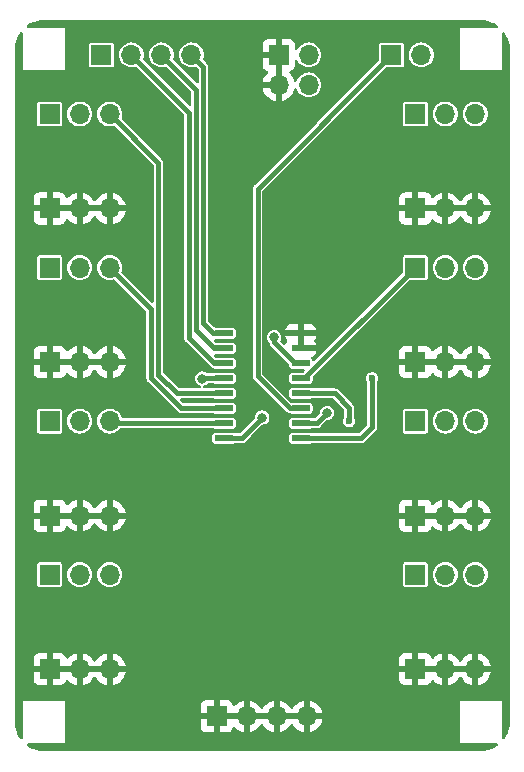
<source format=gbr>
%TF.GenerationSoftware,KiCad,Pcbnew,8.0.3*%
%TF.CreationDate,2024-06-28T14:01:33-07:00*%
%TF.ProjectId,smartstake-mux-breakout,736d6172-7473-4746-916b-652d6d75782d,rev?*%
%TF.SameCoordinates,Original*%
%TF.FileFunction,Copper,L1,Top*%
%TF.FilePolarity,Positive*%
%FSLAX46Y46*%
G04 Gerber Fmt 4.6, Leading zero omitted, Abs format (unit mm)*
G04 Created by KiCad (PCBNEW 8.0.3) date 2024-06-28 14:01:33*
%MOMM*%
%LPD*%
G01*
G04 APERTURE LIST*
G04 Aperture macros list*
%AMRoundRect*
0 Rectangle with rounded corners*
0 $1 Rounding radius*
0 $2 $3 $4 $5 $6 $7 $8 $9 X,Y pos of 4 corners*
0 Add a 4 corners polygon primitive as box body*
4,1,4,$2,$3,$4,$5,$6,$7,$8,$9,$2,$3,0*
0 Add four circle primitives for the rounded corners*
1,1,$1+$1,$2,$3*
1,1,$1+$1,$4,$5*
1,1,$1+$1,$6,$7*
1,1,$1+$1,$8,$9*
0 Add four rect primitives between the rounded corners*
20,1,$1+$1,$2,$3,$4,$5,0*
20,1,$1+$1,$4,$5,$6,$7,0*
20,1,$1+$1,$6,$7,$8,$9,0*
20,1,$1+$1,$8,$9,$2,$3,0*%
G04 Aperture macros list end*
%TA.AperFunction,ComponentPad*%
%ADD10R,1.700000X1.700000*%
%TD*%
%TA.AperFunction,ComponentPad*%
%ADD11O,1.700000X1.700000*%
%TD*%
%TA.AperFunction,SMDPad,CuDef*%
%ADD12RoundRect,0.137500X0.662500X0.137500X-0.662500X0.137500X-0.662500X-0.137500X0.662500X-0.137500X0*%
%TD*%
%TA.AperFunction,ViaPad*%
%ADD13C,0.800000*%
%TD*%
%TA.AperFunction,ViaPad*%
%ADD14C,0.600000*%
%TD*%
%TA.AperFunction,Conductor*%
%ADD15C,0.406400*%
%TD*%
G04 APERTURE END LIST*
D10*
%TO.P,J20,1,Pin_1*%
%TO.N,GND*%
X56130000Y-98000000D03*
D11*
%TO.P,J20,2,Pin_2*%
X58670000Y-98000000D03*
%TO.P,J20,3,Pin_3*%
X61210000Y-98000000D03*
%TO.P,J20,4,Pin_4*%
X63750000Y-98000000D03*
%TD*%
D10*
%TO.P,J4,1,Pin_1*%
%TO.N,/MUX_IN0*%
X42000000Y-47000000D03*
D11*
%TO.P,J4,2,Pin_2*%
X44540000Y-47000000D03*
%TO.P,J4,3,Pin_3*%
X47080000Y-47000000D03*
%TD*%
D10*
%TO.P,J18,1,Pin_1*%
%TO.N,/MUX_IN7*%
X72950000Y-86000000D03*
D11*
%TO.P,J18,2,Pin_2*%
X75490000Y-86000000D03*
%TO.P,J18,3,Pin_3*%
X78030000Y-86000000D03*
%TD*%
D10*
%TO.P,J11,1,Pin_1*%
%TO.N,GND*%
X42000000Y-94000000D03*
D11*
%TO.P,J11,2,Pin_2*%
X44540000Y-94000000D03*
%TO.P,J11,3,Pin_3*%
X47080000Y-94000000D03*
%TD*%
D10*
%TO.P,J19,1,Pin_1*%
%TO.N,GND*%
X72950000Y-94000000D03*
D11*
%TO.P,J19,2,Pin_2*%
X75490000Y-94000000D03*
%TO.P,J19,3,Pin_3*%
X78030000Y-94000000D03*
%TD*%
D10*
%TO.P,J2,1,Pin_1*%
%TO.N,/MUX_ENB*%
X46380000Y-42000000D03*
D11*
%TO.P,J2,2,Pin_2*%
%TO.N,/MUX_SEL0*%
X48920000Y-42000000D03*
%TO.P,J2,3,Pin_3*%
%TO.N,/MUX_SEL1*%
X51460000Y-42000000D03*
%TO.P,J2,4,Pin_4*%
%TO.N,/MUX_SEL2*%
X54000000Y-42000000D03*
%TD*%
D10*
%TO.P,J10,1,Pin_1*%
%TO.N,/MUX_IN3*%
X42000000Y-86000000D03*
D11*
%TO.P,J10,2,Pin_2*%
X44540000Y-86000000D03*
%TO.P,J10,3,Pin_3*%
X47080000Y-86000000D03*
%TD*%
D10*
%TO.P,J7,1,Pin_1*%
%TO.N,GND*%
X42000000Y-68000000D03*
D11*
%TO.P,J7,2,Pin_2*%
X44540000Y-68000000D03*
%TO.P,J7,3,Pin_3*%
X47080000Y-68000000D03*
%TD*%
D12*
%TO.P,U1,1,X4*%
%TO.N,/MUX_IN4*%
X63250000Y-74445000D03*
%TO.P,U1,2,X6*%
%TO.N,/MUX_IN6*%
X63250000Y-73175000D03*
%TO.P,U1,3,X*%
%TO.N,/MUX_COMM*%
X63250000Y-71905000D03*
%TO.P,U1,4,X7*%
%TO.N,/MUX_IN7*%
X63250000Y-70635000D03*
%TO.P,U1,5,X5*%
%TO.N,/MUX_IN5*%
X63250000Y-69365000D03*
%TO.P,U1,6,Inh*%
%TO.N,/MUX_ENB*%
X63250000Y-68095000D03*
%TO.P,U1,7,VEE*%
%TO.N,GND*%
X63250000Y-66825000D03*
%TO.P,U1,8,VSS*%
X63250000Y-65555000D03*
%TO.P,U1,9,C*%
%TO.N,/MUX_SEL2*%
X56750000Y-65555000D03*
%TO.P,U1,10,B*%
%TO.N,/MUX_SEL1*%
X56750000Y-66825000D03*
%TO.P,U1,11,A*%
%TO.N,/MUX_SEL0*%
X56750000Y-68095000D03*
%TO.P,U1,12,X3*%
%TO.N,/MUX_IN3*%
X56750000Y-69365000D03*
%TO.P,U1,13,X0*%
%TO.N,/MUX_IN0*%
X56750000Y-70635000D03*
%TO.P,U1,14,X1*%
%TO.N,/MUX_IN1*%
X56750000Y-71905000D03*
%TO.P,U1,15,X2*%
%TO.N,/MUX_IN2*%
X56750000Y-73175000D03*
%TO.P,U1,16,VDD*%
%TO.N,+1V8*%
X56750000Y-74445000D03*
%TD*%
D10*
%TO.P,J15,1,Pin_1*%
%TO.N,GND*%
X72950000Y-68000000D03*
D11*
%TO.P,J15,2,Pin_2*%
X75490000Y-68000000D03*
%TO.P,J15,3,Pin_3*%
X78030000Y-68000000D03*
%TD*%
D10*
%TO.P,J12,1,Pin_1*%
%TO.N,/MUX_IN4*%
X72950000Y-47000000D03*
D11*
%TO.P,J12,2,Pin_2*%
X75490000Y-47000000D03*
%TO.P,J12,3,Pin_3*%
X78030000Y-47000000D03*
%TD*%
D10*
%TO.P,J13,1,Pin_1*%
%TO.N,GND*%
X72950000Y-55000000D03*
D11*
%TO.P,J13,2,Pin_2*%
X75490000Y-55000000D03*
%TO.P,J13,3,Pin_3*%
X78030000Y-55000000D03*
%TD*%
D10*
%TO.P,J3,1,Pin_1*%
%TO.N,/MUX_COMM*%
X70920000Y-42000000D03*
D11*
%TO.P,J3,2,Pin_2*%
X73460000Y-42000000D03*
%TD*%
D10*
%TO.P,J17,1,Pin_1*%
%TO.N,GND*%
X72950000Y-81000000D03*
D11*
%TO.P,J17,2,Pin_2*%
X75490000Y-81000000D03*
%TO.P,J17,3,Pin_3*%
X78030000Y-81000000D03*
%TD*%
D10*
%TO.P,J14,1,Pin_1*%
%TO.N,/MUX_IN5*%
X72950000Y-60000000D03*
D11*
%TO.P,J14,2,Pin_2*%
X75490000Y-60000000D03*
%TO.P,J14,3,Pin_3*%
X78030000Y-60000000D03*
%TD*%
D10*
%TO.P,J8,1,Pin_1*%
%TO.N,/MUX_IN2*%
X42000000Y-73000000D03*
D11*
%TO.P,J8,2,Pin_2*%
X44540000Y-73000000D03*
%TO.P,J8,3,Pin_3*%
X47080000Y-73000000D03*
%TD*%
D10*
%TO.P,J16,1,Pin_1*%
%TO.N,/MUX_IN6*%
X72950000Y-73000000D03*
D11*
%TO.P,J16,2,Pin_2*%
X75490000Y-73000000D03*
%TO.P,J16,3,Pin_3*%
X78030000Y-73000000D03*
%TD*%
D10*
%TO.P,J9,1,Pin_1*%
%TO.N,GND*%
X42000000Y-81000000D03*
D11*
%TO.P,J9,2,Pin_2*%
X44540000Y-81000000D03*
%TO.P,J9,3,Pin_3*%
X47080000Y-81000000D03*
%TD*%
D10*
%TO.P,J6,1,Pin_1*%
%TO.N,/MUX_IN1*%
X42000000Y-60000000D03*
D11*
%TO.P,J6,2,Pin_2*%
X44540000Y-60000000D03*
%TO.P,J6,3,Pin_3*%
X47080000Y-60000000D03*
%TD*%
D10*
%TO.P,J1,1,Pin_1*%
%TO.N,GND*%
X61380000Y-42000000D03*
D11*
%TO.P,J1,2,Pin_2*%
%TO.N,+1V8*%
X63920000Y-42000000D03*
%TO.P,J1,3,Pin_3*%
%TO.N,GND*%
X61380000Y-44540000D03*
%TO.P,J1,4,Pin_4*%
%TO.N,+1V8*%
X63920000Y-44540000D03*
%TD*%
D10*
%TO.P,J5,1,Pin_1*%
%TO.N,GND*%
X42000000Y-55000000D03*
D11*
%TO.P,J5,2,Pin_2*%
X44540000Y-55000000D03*
%TO.P,J5,3,Pin_3*%
X47080000Y-55000000D03*
%TD*%
D13*
%TO.N,GND*%
X55050000Y-80300000D03*
X64850000Y-80300000D03*
X60150000Y-94050000D03*
X47100000Y-98200000D03*
X61100000Y-68400000D03*
X49300000Y-63900000D03*
X54500000Y-74450000D03*
X42000000Y-83600000D03*
X64850000Y-90400000D03*
X47100000Y-70500000D03*
X52500000Y-60400000D03*
X57300000Y-55650000D03*
X66750000Y-58050000D03*
X47100000Y-57500000D03*
X39750000Y-89850000D03*
X78100000Y-70500000D03*
X62450000Y-60800000D03*
X67200000Y-68900000D03*
X49300000Y-76950000D03*
X65600000Y-64850000D03*
X58850000Y-49650000D03*
X49300000Y-50950000D03*
X80250000Y-51000000D03*
X73000000Y-44400000D03*
X70700000Y-76900000D03*
X67450000Y-41900000D03*
X53100000Y-68150000D03*
X70700000Y-50900000D03*
X66750000Y-50000000D03*
X78100000Y-57450000D03*
X80250000Y-77000000D03*
X42000000Y-57500000D03*
X42000000Y-44400000D03*
X80250000Y-90000000D03*
X72950000Y-98200000D03*
X70700000Y-89900000D03*
X47100000Y-44400000D03*
X78100000Y-83550000D03*
X62150000Y-53600000D03*
X60150000Y-77550000D03*
X55050000Y-90400000D03*
X73000000Y-57450000D03*
X47100000Y-83600000D03*
X73000000Y-83550000D03*
X78100000Y-44400000D03*
X57500000Y-42800000D03*
X39750000Y-50850000D03*
X52500000Y-50900000D03*
X73000000Y-70500000D03*
X39750000Y-63800000D03*
X39750000Y-76850000D03*
X42000000Y-70500000D03*
X80250000Y-63950000D03*
X58950000Y-71250000D03*
X49300000Y-89950000D03*
X57300000Y-61850000D03*
X70700000Y-63850000D03*
X58500000Y-66050000D03*
X61050000Y-74200000D03*
%TO.N,+1V8*%
X60000000Y-72700000D03*
%TO.N,/MUX_ENB*%
X61000000Y-65900000D03*
%TO.N,/MUX_IN3*%
X54900000Y-69400000D03*
D14*
%TO.N,/MUX_IN4*%
X69300000Y-69350000D03*
D13*
%TO.N,/MUX_IN6*%
X65500000Y-72300000D03*
D14*
%TO.N,/MUX_IN7*%
X67350000Y-73000000D03*
%TD*%
D15*
%TO.N,/MUX_SEL2*%
X55012800Y-43012800D02*
X54000000Y-42000000D01*
X55012800Y-64712800D02*
X55012800Y-43012800D01*
%TO.N,+1V8*%
X58255000Y-74445000D02*
X56750000Y-74445000D01*
X60000000Y-72700000D02*
X58255000Y-74445000D01*
%TO.N,/MUX_ENB*%
X61000000Y-65900000D02*
X61000000Y-66300000D01*
X61000000Y-66300000D02*
X62795000Y-68095000D01*
X62795000Y-68095000D02*
X63250000Y-68095000D01*
%TO.N,/MUX_SEL0*%
X53800000Y-46880000D02*
X48920000Y-42000000D01*
X53800000Y-65944999D02*
X53800000Y-46880000D01*
X55950001Y-68095000D02*
X53800000Y-65944999D01*
X56750000Y-68095000D02*
X55950001Y-68095000D01*
%TO.N,/MUX_COMM*%
X63255000Y-71900000D02*
X63250000Y-71905000D01*
X70920000Y-42000000D02*
X59600000Y-53320000D01*
X59600000Y-69200000D02*
X62305000Y-71905000D01*
X59600000Y-53320000D02*
X59600000Y-69200000D01*
X62305000Y-71905000D02*
X63250000Y-71905000D01*
%TO.N,/MUX_IN0*%
X47080000Y-47000000D02*
X51200000Y-51120000D01*
X52735000Y-70635000D02*
X56750000Y-70635000D01*
X51200000Y-51120000D02*
X51200000Y-69100000D01*
X51200000Y-69100000D02*
X52735000Y-70635000D01*
%TO.N,/MUX_IN1*%
X50593600Y-69351180D02*
X50593600Y-63513600D01*
X56750000Y-71905000D02*
X53147420Y-71905000D01*
X53147420Y-71905000D02*
X50593600Y-69351180D01*
X50593600Y-63513600D02*
X47080000Y-60000000D01*
%TO.N,/MUX_IN2*%
X47255000Y-73175000D02*
X47080000Y-73000000D01*
X56750000Y-73175000D02*
X47255000Y-73175000D01*
%TO.N,/MUX_IN3*%
X54935000Y-69365000D02*
X54900000Y-69400000D01*
X56750000Y-69365000D02*
X54935000Y-69365000D01*
%TO.N,/MUX_IN4*%
X69300000Y-73500000D02*
X68355000Y-74445000D01*
X69300000Y-69350000D02*
X69300000Y-73500000D01*
X63250000Y-74445000D02*
X68355000Y-74445000D01*
%TO.N,/MUX_IN5*%
X63548476Y-69365000D02*
X72913476Y-60000000D01*
X63250000Y-69365000D02*
X63548476Y-69365000D01*
X72913476Y-60000000D02*
X72950000Y-60000000D01*
%TO.N,/MUX_IN6*%
X64625000Y-73175000D02*
X63250000Y-73175000D01*
X65500000Y-72300000D02*
X64625000Y-73175000D01*
%TO.N,/MUX_IN7*%
X67350000Y-73000000D02*
X67350000Y-71850000D01*
X67350000Y-71850000D02*
X66135000Y-70635000D01*
X66135000Y-70635000D02*
X63250000Y-70635000D01*
%TO.N,/MUX_SEL2*%
X56750000Y-65555000D02*
X55855000Y-65555000D01*
X55855000Y-65555000D02*
X55012800Y-64712800D01*
%TO.N,/MUX_SEL1*%
X56750000Y-66825000D02*
X55950001Y-66825000D01*
X54406400Y-44946400D02*
X51460000Y-42000000D01*
X54406400Y-65281399D02*
X54406400Y-44946400D01*
X55950001Y-66825000D02*
X54406400Y-65281399D01*
%TD*%
%TA.AperFunction,Conductor*%
%TO.N,GND*%
G36*
X58204075Y-97807007D02*
G01*
X58170000Y-97934174D01*
X58170000Y-98065826D01*
X58204075Y-98192993D01*
X58239297Y-98254000D01*
X56560703Y-98254000D01*
X56595925Y-98192993D01*
X56630000Y-98065826D01*
X56630000Y-97934174D01*
X56595925Y-97807007D01*
X56560703Y-97746000D01*
X58239297Y-97746000D01*
X58204075Y-97807007D01*
G37*
%TD.AperFunction*%
%TA.AperFunction,Conductor*%
G36*
X60744075Y-97807007D02*
G01*
X60710000Y-97934174D01*
X60710000Y-98065826D01*
X60744075Y-98192993D01*
X60779297Y-98254000D01*
X59100703Y-98254000D01*
X59135925Y-98192993D01*
X59170000Y-98065826D01*
X59170000Y-97934174D01*
X59135925Y-97807007D01*
X59100703Y-97746000D01*
X60779297Y-97746000D01*
X60744075Y-97807007D01*
G37*
%TD.AperFunction*%
%TA.AperFunction,Conductor*%
G36*
X63284075Y-97807007D02*
G01*
X63250000Y-97934174D01*
X63250000Y-98065826D01*
X63284075Y-98192993D01*
X63319297Y-98254000D01*
X61640703Y-98254000D01*
X61675925Y-98192993D01*
X61710000Y-98065826D01*
X61710000Y-97934174D01*
X61675925Y-97807007D01*
X61640703Y-97746000D01*
X63319297Y-97746000D01*
X63284075Y-97807007D01*
G37*
%TD.AperFunction*%
%TA.AperFunction,Conductor*%
G36*
X44074075Y-93807007D02*
G01*
X44040000Y-93934174D01*
X44040000Y-94065826D01*
X44074075Y-94192993D01*
X44109297Y-94254000D01*
X42430703Y-94254000D01*
X42465925Y-94192993D01*
X42500000Y-94065826D01*
X42500000Y-93934174D01*
X42465925Y-93807007D01*
X42430703Y-93746000D01*
X44109297Y-93746000D01*
X44074075Y-93807007D01*
G37*
%TD.AperFunction*%
%TA.AperFunction,Conductor*%
G36*
X46614075Y-93807007D02*
G01*
X46580000Y-93934174D01*
X46580000Y-94065826D01*
X46614075Y-94192993D01*
X46649297Y-94254000D01*
X44970703Y-94254000D01*
X45005925Y-94192993D01*
X45040000Y-94065826D01*
X45040000Y-93934174D01*
X45005925Y-93807007D01*
X44970703Y-93746000D01*
X46649297Y-93746000D01*
X46614075Y-93807007D01*
G37*
%TD.AperFunction*%
%TA.AperFunction,Conductor*%
G36*
X75024075Y-93807007D02*
G01*
X74990000Y-93934174D01*
X74990000Y-94065826D01*
X75024075Y-94192993D01*
X75059297Y-94254000D01*
X73380703Y-94254000D01*
X73415925Y-94192993D01*
X73450000Y-94065826D01*
X73450000Y-93934174D01*
X73415925Y-93807007D01*
X73380703Y-93746000D01*
X75059297Y-93746000D01*
X75024075Y-93807007D01*
G37*
%TD.AperFunction*%
%TA.AperFunction,Conductor*%
G36*
X77564075Y-93807007D02*
G01*
X77530000Y-93934174D01*
X77530000Y-94065826D01*
X77564075Y-94192993D01*
X77599297Y-94254000D01*
X75920703Y-94254000D01*
X75955925Y-94192993D01*
X75990000Y-94065826D01*
X75990000Y-93934174D01*
X75955925Y-93807007D01*
X75920703Y-93746000D01*
X77599297Y-93746000D01*
X77564075Y-93807007D01*
G37*
%TD.AperFunction*%
%TA.AperFunction,Conductor*%
G36*
X44074075Y-80807007D02*
G01*
X44040000Y-80934174D01*
X44040000Y-81065826D01*
X44074075Y-81192993D01*
X44109297Y-81254000D01*
X42430703Y-81254000D01*
X42465925Y-81192993D01*
X42500000Y-81065826D01*
X42500000Y-80934174D01*
X42465925Y-80807007D01*
X42430703Y-80746000D01*
X44109297Y-80746000D01*
X44074075Y-80807007D01*
G37*
%TD.AperFunction*%
%TA.AperFunction,Conductor*%
G36*
X46614075Y-80807007D02*
G01*
X46580000Y-80934174D01*
X46580000Y-81065826D01*
X46614075Y-81192993D01*
X46649297Y-81254000D01*
X44970703Y-81254000D01*
X45005925Y-81192993D01*
X45040000Y-81065826D01*
X45040000Y-80934174D01*
X45005925Y-80807007D01*
X44970703Y-80746000D01*
X46649297Y-80746000D01*
X46614075Y-80807007D01*
G37*
%TD.AperFunction*%
%TA.AperFunction,Conductor*%
G36*
X75024075Y-80807007D02*
G01*
X74990000Y-80934174D01*
X74990000Y-81065826D01*
X75024075Y-81192993D01*
X75059297Y-81254000D01*
X73380703Y-81254000D01*
X73415925Y-81192993D01*
X73450000Y-81065826D01*
X73450000Y-80934174D01*
X73415925Y-80807007D01*
X73380703Y-80746000D01*
X75059297Y-80746000D01*
X75024075Y-80807007D01*
G37*
%TD.AperFunction*%
%TA.AperFunction,Conductor*%
G36*
X77564075Y-80807007D02*
G01*
X77530000Y-80934174D01*
X77530000Y-81065826D01*
X77564075Y-81192993D01*
X77599297Y-81254000D01*
X75920703Y-81254000D01*
X75955925Y-81192993D01*
X75990000Y-81065826D01*
X75990000Y-80934174D01*
X75955925Y-80807007D01*
X75920703Y-80746000D01*
X77599297Y-80746000D01*
X77564075Y-80807007D01*
G37*
%TD.AperFunction*%
%TA.AperFunction,Conductor*%
G36*
X44074075Y-67807007D02*
G01*
X44040000Y-67934174D01*
X44040000Y-68065826D01*
X44074075Y-68192993D01*
X44109297Y-68254000D01*
X42430703Y-68254000D01*
X42465925Y-68192993D01*
X42500000Y-68065826D01*
X42500000Y-67934174D01*
X42465925Y-67807007D01*
X42430703Y-67746000D01*
X44109297Y-67746000D01*
X44074075Y-67807007D01*
G37*
%TD.AperFunction*%
%TA.AperFunction,Conductor*%
G36*
X46614075Y-67807007D02*
G01*
X46580000Y-67934174D01*
X46580000Y-68065826D01*
X46614075Y-68192993D01*
X46649297Y-68254000D01*
X44970703Y-68254000D01*
X45005925Y-68192993D01*
X45040000Y-68065826D01*
X45040000Y-67934174D01*
X45005925Y-67807007D01*
X44970703Y-67746000D01*
X46649297Y-67746000D01*
X46614075Y-67807007D01*
G37*
%TD.AperFunction*%
%TA.AperFunction,Conductor*%
G36*
X75024075Y-67807007D02*
G01*
X74990000Y-67934174D01*
X74990000Y-68065826D01*
X75024075Y-68192993D01*
X75059297Y-68254000D01*
X73380703Y-68254000D01*
X73415925Y-68192993D01*
X73450000Y-68065826D01*
X73450000Y-67934174D01*
X73415925Y-67807007D01*
X73380703Y-67746000D01*
X75059297Y-67746000D01*
X75024075Y-67807007D01*
G37*
%TD.AperFunction*%
%TA.AperFunction,Conductor*%
G36*
X77564075Y-67807007D02*
G01*
X77530000Y-67934174D01*
X77530000Y-68065826D01*
X77564075Y-68192993D01*
X77599297Y-68254000D01*
X75920703Y-68254000D01*
X75955925Y-68192993D01*
X75990000Y-68065826D01*
X75990000Y-67934174D01*
X75955925Y-67807007D01*
X75920703Y-67746000D01*
X77599297Y-67746000D01*
X77564075Y-67807007D01*
G37*
%TD.AperFunction*%
%TA.AperFunction,Conductor*%
G36*
X44074075Y-54807007D02*
G01*
X44040000Y-54934174D01*
X44040000Y-55065826D01*
X44074075Y-55192993D01*
X44109297Y-55254000D01*
X42430703Y-55254000D01*
X42465925Y-55192993D01*
X42500000Y-55065826D01*
X42500000Y-54934174D01*
X42465925Y-54807007D01*
X42430703Y-54746000D01*
X44109297Y-54746000D01*
X44074075Y-54807007D01*
G37*
%TD.AperFunction*%
%TA.AperFunction,Conductor*%
G36*
X46614075Y-54807007D02*
G01*
X46580000Y-54934174D01*
X46580000Y-55065826D01*
X46614075Y-55192993D01*
X46649297Y-55254000D01*
X44970703Y-55254000D01*
X45005925Y-55192993D01*
X45040000Y-55065826D01*
X45040000Y-54934174D01*
X45005925Y-54807007D01*
X44970703Y-54746000D01*
X46649297Y-54746000D01*
X46614075Y-54807007D01*
G37*
%TD.AperFunction*%
%TA.AperFunction,Conductor*%
G36*
X75024075Y-54807007D02*
G01*
X74990000Y-54934174D01*
X74990000Y-55065826D01*
X75024075Y-55192993D01*
X75059297Y-55254000D01*
X73380703Y-55254000D01*
X73415925Y-55192993D01*
X73450000Y-55065826D01*
X73450000Y-54934174D01*
X73415925Y-54807007D01*
X73380703Y-54746000D01*
X75059297Y-54746000D01*
X75024075Y-54807007D01*
G37*
%TD.AperFunction*%
%TA.AperFunction,Conductor*%
G36*
X77564075Y-54807007D02*
G01*
X77530000Y-54934174D01*
X77530000Y-55065826D01*
X77564075Y-55192993D01*
X77599297Y-55254000D01*
X75920703Y-55254000D01*
X75955925Y-55192993D01*
X75990000Y-55065826D01*
X75990000Y-54934174D01*
X75955925Y-54807007D01*
X75920703Y-54746000D01*
X77599297Y-54746000D01*
X77564075Y-54807007D01*
G37*
%TD.AperFunction*%
%TA.AperFunction,Conductor*%
G36*
X61634000Y-44109297D02*
G01*
X61572993Y-44074075D01*
X61445826Y-44040000D01*
X61314174Y-44040000D01*
X61187007Y-44074075D01*
X61126000Y-44109297D01*
X61126000Y-42430702D01*
X61187007Y-42465925D01*
X61314174Y-42500000D01*
X61445826Y-42500000D01*
X61572993Y-42465925D01*
X61634000Y-42430702D01*
X61634000Y-44109297D01*
G37*
%TD.AperFunction*%
%TA.AperFunction,Conductor*%
G36*
X78503801Y-39051530D02*
G01*
X78531327Y-39053194D01*
X78787561Y-39068694D01*
X78802642Y-39070525D01*
X79078524Y-39121082D01*
X79093271Y-39124717D01*
X79361057Y-39208162D01*
X79375269Y-39213553D01*
X79486300Y-39263524D01*
X79631020Y-39328657D01*
X79644480Y-39335721D01*
X79884503Y-39480819D01*
X79897015Y-39489456D01*
X79906409Y-39496816D01*
X79947696Y-39554574D01*
X79951203Y-39625484D01*
X79915816Y-39687033D01*
X79852771Y-39719680D01*
X79828701Y-39722000D01*
X76722000Y-39722000D01*
X76722000Y-43278000D01*
X80278000Y-43278000D01*
X80278000Y-40171298D01*
X80298002Y-40103177D01*
X80351658Y-40056684D01*
X80421932Y-40046580D01*
X80486512Y-40076074D01*
X80503185Y-40093592D01*
X80509480Y-40101627D01*
X80510548Y-40102990D01*
X80519182Y-40115499D01*
X80664272Y-40355507D01*
X80671342Y-40368979D01*
X80786444Y-40624725D01*
X80791840Y-40638951D01*
X80875278Y-40906712D01*
X80878919Y-40921486D01*
X80929472Y-41197345D01*
X80931306Y-41212449D01*
X80948470Y-41496197D01*
X80948700Y-41503805D01*
X80948700Y-98496194D01*
X80948470Y-98503802D01*
X80931306Y-98787550D01*
X80929472Y-98802654D01*
X80878919Y-99078513D01*
X80875278Y-99093287D01*
X80791840Y-99361048D01*
X80786444Y-99375274D01*
X80671342Y-99631020D01*
X80664272Y-99644492D01*
X80538359Y-99852779D01*
X80519188Y-99884491D01*
X80510548Y-99897009D01*
X80503189Y-99906403D01*
X80445434Y-99947693D01*
X80374524Y-99951205D01*
X80312973Y-99915822D01*
X80280322Y-99852779D01*
X80278000Y-99828701D01*
X80278000Y-96722000D01*
X76722000Y-96722000D01*
X76722000Y-100278000D01*
X79828701Y-100278000D01*
X79896822Y-100298002D01*
X79943315Y-100351658D01*
X79953419Y-100421932D01*
X79923925Y-100486512D01*
X79906403Y-100503189D01*
X79897009Y-100510548D01*
X79884491Y-100519188D01*
X79644492Y-100664272D01*
X79631020Y-100671342D01*
X79375274Y-100786444D01*
X79361048Y-100791840D01*
X79093287Y-100875278D01*
X79078513Y-100878919D01*
X78802654Y-100929472D01*
X78787550Y-100931306D01*
X78503802Y-100948470D01*
X78496194Y-100948700D01*
X41503806Y-100948700D01*
X41496198Y-100948470D01*
X41212449Y-100931306D01*
X41197345Y-100929472D01*
X40921486Y-100878919D01*
X40906716Y-100875279D01*
X40638951Y-100791840D01*
X40624725Y-100786444D01*
X40368979Y-100671342D01*
X40355513Y-100664275D01*
X40115499Y-100519182D01*
X40102985Y-100510544D01*
X40093592Y-100503185D01*
X40052304Y-100445428D01*
X40048797Y-100374518D01*
X40084183Y-100312969D01*
X40147227Y-100280321D01*
X40171299Y-100278000D01*
X43278000Y-100278000D01*
X43278000Y-97101402D01*
X54772000Y-97101402D01*
X54772000Y-97746000D01*
X55699297Y-97746000D01*
X55664075Y-97807007D01*
X55630000Y-97934174D01*
X55630000Y-98065826D01*
X55664075Y-98192993D01*
X55699297Y-98254000D01*
X54772000Y-98254000D01*
X54772000Y-98898597D01*
X54778505Y-98959093D01*
X54829555Y-99095964D01*
X54829555Y-99095965D01*
X54917095Y-99212904D01*
X55034034Y-99300444D01*
X55170906Y-99351494D01*
X55231402Y-99357999D01*
X55231415Y-99358000D01*
X55876000Y-99358000D01*
X55876000Y-98430702D01*
X55937007Y-98465925D01*
X56064174Y-98500000D01*
X56195826Y-98500000D01*
X56322993Y-98465925D01*
X56384000Y-98430702D01*
X56384000Y-99358000D01*
X57028585Y-99358000D01*
X57028597Y-99357999D01*
X57089093Y-99351494D01*
X57225964Y-99300444D01*
X57225965Y-99300444D01*
X57342904Y-99212904D01*
X57430444Y-99095965D01*
X57474814Y-98977004D01*
X57517361Y-98920168D01*
X57583881Y-98895357D01*
X57653255Y-98910448D01*
X57685572Y-98935699D01*
X57747097Y-99002534D01*
X57924698Y-99140767D01*
X57924699Y-99140768D01*
X58122628Y-99247882D01*
X58122630Y-99247883D01*
X58335483Y-99320955D01*
X58335492Y-99320957D01*
X58416000Y-99334391D01*
X58416000Y-98430702D01*
X58477007Y-98465925D01*
X58604174Y-98500000D01*
X58735826Y-98500000D01*
X58862993Y-98465925D01*
X58924000Y-98430702D01*
X58924000Y-99334390D01*
X59004507Y-99320957D01*
X59004516Y-99320955D01*
X59217369Y-99247883D01*
X59217371Y-99247882D01*
X59415300Y-99140768D01*
X59415301Y-99140767D01*
X59592902Y-99002534D01*
X59745327Y-98836955D01*
X59834517Y-98700441D01*
X59888521Y-98654352D01*
X59958868Y-98644777D01*
X60023226Y-98674754D01*
X60045483Y-98700441D01*
X60134672Y-98836955D01*
X60287097Y-99002534D01*
X60464698Y-99140767D01*
X60464699Y-99140768D01*
X60662628Y-99247882D01*
X60662630Y-99247883D01*
X60875483Y-99320955D01*
X60875492Y-99320957D01*
X60956000Y-99334391D01*
X60956000Y-98430702D01*
X61017007Y-98465925D01*
X61144174Y-98500000D01*
X61275826Y-98500000D01*
X61402993Y-98465925D01*
X61464000Y-98430702D01*
X61464000Y-99334390D01*
X61544507Y-99320957D01*
X61544516Y-99320955D01*
X61757369Y-99247883D01*
X61757371Y-99247882D01*
X61955300Y-99140768D01*
X61955301Y-99140767D01*
X62132902Y-99002534D01*
X62285327Y-98836955D01*
X62374517Y-98700441D01*
X62428521Y-98654352D01*
X62498868Y-98644777D01*
X62563226Y-98674754D01*
X62585483Y-98700441D01*
X62674672Y-98836955D01*
X62827097Y-99002534D01*
X63004698Y-99140767D01*
X63004699Y-99140768D01*
X63202628Y-99247882D01*
X63202630Y-99247883D01*
X63415483Y-99320955D01*
X63415492Y-99320957D01*
X63496000Y-99334391D01*
X63496000Y-98430702D01*
X63557007Y-98465925D01*
X63684174Y-98500000D01*
X63815826Y-98500000D01*
X63942993Y-98465925D01*
X64004000Y-98430702D01*
X64004000Y-99334390D01*
X64084507Y-99320957D01*
X64084516Y-99320955D01*
X64297369Y-99247883D01*
X64297371Y-99247882D01*
X64495300Y-99140768D01*
X64495301Y-99140767D01*
X64672902Y-99002534D01*
X64825325Y-98836958D01*
X64948419Y-98648548D01*
X65038820Y-98442456D01*
X65038823Y-98442449D01*
X65086544Y-98254000D01*
X64180703Y-98254000D01*
X64215925Y-98192993D01*
X64250000Y-98065826D01*
X64250000Y-97934174D01*
X64215925Y-97807007D01*
X64180703Y-97746000D01*
X65086544Y-97746000D01*
X65086544Y-97745999D01*
X65038823Y-97557550D01*
X65038820Y-97557543D01*
X64948419Y-97351451D01*
X64825325Y-97163041D01*
X64672902Y-96997465D01*
X64495301Y-96859232D01*
X64495300Y-96859231D01*
X64297371Y-96752117D01*
X64297369Y-96752116D01*
X64084512Y-96679043D01*
X64084501Y-96679040D01*
X64004000Y-96665606D01*
X64004000Y-97569297D01*
X63942993Y-97534075D01*
X63815826Y-97500000D01*
X63684174Y-97500000D01*
X63557007Y-97534075D01*
X63496000Y-97569297D01*
X63496000Y-96665607D01*
X63495999Y-96665606D01*
X63415498Y-96679040D01*
X63415487Y-96679043D01*
X63202630Y-96752116D01*
X63202628Y-96752117D01*
X63004699Y-96859231D01*
X63004698Y-96859232D01*
X62827097Y-96997465D01*
X62674674Y-97163042D01*
X62585483Y-97299559D01*
X62531479Y-97345647D01*
X62461131Y-97355222D01*
X62396774Y-97325244D01*
X62374517Y-97299559D01*
X62285325Y-97163042D01*
X62132902Y-96997465D01*
X61955301Y-96859232D01*
X61955300Y-96859231D01*
X61757371Y-96752117D01*
X61757369Y-96752116D01*
X61544512Y-96679043D01*
X61544501Y-96679040D01*
X61464000Y-96665606D01*
X61464000Y-97569297D01*
X61402993Y-97534075D01*
X61275826Y-97500000D01*
X61144174Y-97500000D01*
X61017007Y-97534075D01*
X60956000Y-97569297D01*
X60956000Y-96665607D01*
X60955999Y-96665606D01*
X60875498Y-96679040D01*
X60875487Y-96679043D01*
X60662630Y-96752116D01*
X60662628Y-96752117D01*
X60464699Y-96859231D01*
X60464698Y-96859232D01*
X60287097Y-96997465D01*
X60134674Y-97163042D01*
X60045483Y-97299559D01*
X59991479Y-97345647D01*
X59921131Y-97355222D01*
X59856774Y-97325244D01*
X59834517Y-97299559D01*
X59745325Y-97163042D01*
X59592902Y-96997465D01*
X59415301Y-96859232D01*
X59415300Y-96859231D01*
X59217371Y-96752117D01*
X59217369Y-96752116D01*
X59004512Y-96679043D01*
X59004501Y-96679040D01*
X58924000Y-96665606D01*
X58924000Y-97569297D01*
X58862993Y-97534075D01*
X58735826Y-97500000D01*
X58604174Y-97500000D01*
X58477007Y-97534075D01*
X58416000Y-97569297D01*
X58416000Y-96665607D01*
X58415999Y-96665606D01*
X58335498Y-96679040D01*
X58335487Y-96679043D01*
X58122630Y-96752116D01*
X58122628Y-96752117D01*
X57924699Y-96859231D01*
X57924698Y-96859232D01*
X57747093Y-96997468D01*
X57685571Y-97064300D01*
X57624718Y-97100871D01*
X57553754Y-97098738D01*
X57495208Y-97058576D01*
X57474814Y-97022995D01*
X57430444Y-96904035D01*
X57430444Y-96904034D01*
X57342904Y-96787095D01*
X57225965Y-96699555D01*
X57089093Y-96648505D01*
X57028597Y-96642000D01*
X56384000Y-96642000D01*
X56384000Y-97569297D01*
X56322993Y-97534075D01*
X56195826Y-97500000D01*
X56064174Y-97500000D01*
X55937007Y-97534075D01*
X55876000Y-97569297D01*
X55876000Y-96642000D01*
X55231402Y-96642000D01*
X55170906Y-96648505D01*
X55034035Y-96699555D01*
X55034034Y-96699555D01*
X54917095Y-96787095D01*
X54829555Y-96904034D01*
X54829555Y-96904035D01*
X54778505Y-97040906D01*
X54772000Y-97101402D01*
X43278000Y-97101402D01*
X43278000Y-96722000D01*
X39722000Y-96722000D01*
X39722000Y-99828701D01*
X39701998Y-99896822D01*
X39648342Y-99943315D01*
X39578068Y-99953419D01*
X39513488Y-99923925D01*
X39496816Y-99906409D01*
X39489456Y-99897015D01*
X39480819Y-99884503D01*
X39335721Y-99644480D01*
X39328657Y-99631020D01*
X39213555Y-99375274D01*
X39208162Y-99361057D01*
X39124717Y-99093271D01*
X39121082Y-99078524D01*
X39070525Y-98802642D01*
X39068694Y-98787561D01*
X39051530Y-98503801D01*
X39051300Y-98496194D01*
X39051300Y-93101402D01*
X40642000Y-93101402D01*
X40642000Y-93746000D01*
X41569297Y-93746000D01*
X41534075Y-93807007D01*
X41500000Y-93934174D01*
X41500000Y-94065826D01*
X41534075Y-94192993D01*
X41569297Y-94254000D01*
X40642000Y-94254000D01*
X40642000Y-94898597D01*
X40648505Y-94959093D01*
X40699555Y-95095964D01*
X40699555Y-95095965D01*
X40787095Y-95212904D01*
X40904034Y-95300444D01*
X41040906Y-95351494D01*
X41101402Y-95357999D01*
X41101415Y-95358000D01*
X41746000Y-95358000D01*
X41746000Y-94430702D01*
X41807007Y-94465925D01*
X41934174Y-94500000D01*
X42065826Y-94500000D01*
X42192993Y-94465925D01*
X42254000Y-94430702D01*
X42254000Y-95358000D01*
X42898585Y-95358000D01*
X42898597Y-95357999D01*
X42959093Y-95351494D01*
X43095964Y-95300444D01*
X43095965Y-95300444D01*
X43212904Y-95212904D01*
X43300444Y-95095965D01*
X43344814Y-94977004D01*
X43387361Y-94920168D01*
X43453881Y-94895357D01*
X43523255Y-94910448D01*
X43555572Y-94935699D01*
X43617097Y-95002534D01*
X43794698Y-95140767D01*
X43794699Y-95140768D01*
X43992628Y-95247882D01*
X43992630Y-95247883D01*
X44205483Y-95320955D01*
X44205492Y-95320957D01*
X44286000Y-95334391D01*
X44286000Y-94430702D01*
X44347007Y-94465925D01*
X44474174Y-94500000D01*
X44605826Y-94500000D01*
X44732993Y-94465925D01*
X44794000Y-94430702D01*
X44794000Y-95334390D01*
X44874507Y-95320957D01*
X44874516Y-95320955D01*
X45087369Y-95247883D01*
X45087371Y-95247882D01*
X45285300Y-95140768D01*
X45285301Y-95140767D01*
X45462902Y-95002534D01*
X45615327Y-94836955D01*
X45704517Y-94700441D01*
X45758521Y-94654352D01*
X45828868Y-94644777D01*
X45893226Y-94674754D01*
X45915483Y-94700441D01*
X46004672Y-94836955D01*
X46157097Y-95002534D01*
X46334698Y-95140767D01*
X46334699Y-95140768D01*
X46532628Y-95247882D01*
X46532630Y-95247883D01*
X46745483Y-95320955D01*
X46745492Y-95320957D01*
X46826000Y-95334391D01*
X46826000Y-94430702D01*
X46887007Y-94465925D01*
X47014174Y-94500000D01*
X47145826Y-94500000D01*
X47272993Y-94465925D01*
X47334000Y-94430702D01*
X47334000Y-95334390D01*
X47414507Y-95320957D01*
X47414516Y-95320955D01*
X47627369Y-95247883D01*
X47627371Y-95247882D01*
X47825300Y-95140768D01*
X47825301Y-95140767D01*
X48002902Y-95002534D01*
X48155325Y-94836958D01*
X48278419Y-94648548D01*
X48368820Y-94442456D01*
X48368823Y-94442449D01*
X48416544Y-94254000D01*
X47510703Y-94254000D01*
X47545925Y-94192993D01*
X47580000Y-94065826D01*
X47580000Y-93934174D01*
X47545925Y-93807007D01*
X47510703Y-93746000D01*
X48416544Y-93746000D01*
X48416544Y-93745999D01*
X48368823Y-93557550D01*
X48368820Y-93557543D01*
X48278419Y-93351451D01*
X48155325Y-93163041D01*
X48098582Y-93101402D01*
X71592000Y-93101402D01*
X71592000Y-93746000D01*
X72519297Y-93746000D01*
X72484075Y-93807007D01*
X72450000Y-93934174D01*
X72450000Y-94065826D01*
X72484075Y-94192993D01*
X72519297Y-94254000D01*
X71592000Y-94254000D01*
X71592000Y-94898597D01*
X71598505Y-94959093D01*
X71649555Y-95095964D01*
X71649555Y-95095965D01*
X71737095Y-95212904D01*
X71854034Y-95300444D01*
X71990906Y-95351494D01*
X72051402Y-95357999D01*
X72051415Y-95358000D01*
X72696000Y-95358000D01*
X72696000Y-94430702D01*
X72757007Y-94465925D01*
X72884174Y-94500000D01*
X73015826Y-94500000D01*
X73142993Y-94465925D01*
X73204000Y-94430702D01*
X73204000Y-95358000D01*
X73848585Y-95358000D01*
X73848597Y-95357999D01*
X73909093Y-95351494D01*
X74045964Y-95300444D01*
X74045965Y-95300444D01*
X74162904Y-95212904D01*
X74250444Y-95095965D01*
X74294814Y-94977004D01*
X74337361Y-94920168D01*
X74403881Y-94895357D01*
X74473255Y-94910448D01*
X74505572Y-94935699D01*
X74567097Y-95002534D01*
X74744698Y-95140767D01*
X74744699Y-95140768D01*
X74942628Y-95247882D01*
X74942630Y-95247883D01*
X75155483Y-95320955D01*
X75155492Y-95320957D01*
X75236000Y-95334391D01*
X75236000Y-94430702D01*
X75297007Y-94465925D01*
X75424174Y-94500000D01*
X75555826Y-94500000D01*
X75682993Y-94465925D01*
X75744000Y-94430702D01*
X75744000Y-95334390D01*
X75824507Y-95320957D01*
X75824516Y-95320955D01*
X76037369Y-95247883D01*
X76037371Y-95247882D01*
X76235300Y-95140768D01*
X76235301Y-95140767D01*
X76412902Y-95002534D01*
X76565327Y-94836955D01*
X76654517Y-94700441D01*
X76708521Y-94654352D01*
X76778868Y-94644777D01*
X76843226Y-94674754D01*
X76865483Y-94700441D01*
X76954672Y-94836955D01*
X77107097Y-95002534D01*
X77284698Y-95140767D01*
X77284699Y-95140768D01*
X77482628Y-95247882D01*
X77482630Y-95247883D01*
X77695483Y-95320955D01*
X77695492Y-95320957D01*
X77776000Y-95334391D01*
X77776000Y-94430702D01*
X77837007Y-94465925D01*
X77964174Y-94500000D01*
X78095826Y-94500000D01*
X78222993Y-94465925D01*
X78284000Y-94430702D01*
X78284000Y-95334390D01*
X78364507Y-95320957D01*
X78364516Y-95320955D01*
X78577369Y-95247883D01*
X78577371Y-95247882D01*
X78775300Y-95140768D01*
X78775301Y-95140767D01*
X78952902Y-95002534D01*
X79105325Y-94836958D01*
X79228419Y-94648548D01*
X79318820Y-94442456D01*
X79318823Y-94442449D01*
X79366544Y-94254000D01*
X78460703Y-94254000D01*
X78495925Y-94192993D01*
X78530000Y-94065826D01*
X78530000Y-93934174D01*
X78495925Y-93807007D01*
X78460703Y-93746000D01*
X79366544Y-93746000D01*
X79366544Y-93745999D01*
X79318823Y-93557550D01*
X79318820Y-93557543D01*
X79228419Y-93351451D01*
X79105325Y-93163041D01*
X78952902Y-92997465D01*
X78775301Y-92859232D01*
X78775300Y-92859231D01*
X78577371Y-92752117D01*
X78577369Y-92752116D01*
X78364512Y-92679043D01*
X78364501Y-92679040D01*
X78284000Y-92665606D01*
X78284000Y-93569297D01*
X78222993Y-93534075D01*
X78095826Y-93500000D01*
X77964174Y-93500000D01*
X77837007Y-93534075D01*
X77776000Y-93569297D01*
X77776000Y-92665607D01*
X77775999Y-92665606D01*
X77695498Y-92679040D01*
X77695487Y-92679043D01*
X77482630Y-92752116D01*
X77482628Y-92752117D01*
X77284699Y-92859231D01*
X77284698Y-92859232D01*
X77107097Y-92997465D01*
X76954674Y-93163042D01*
X76865483Y-93299559D01*
X76811479Y-93345647D01*
X76741131Y-93355222D01*
X76676774Y-93325244D01*
X76654517Y-93299559D01*
X76565325Y-93163042D01*
X76412902Y-92997465D01*
X76235301Y-92859232D01*
X76235300Y-92859231D01*
X76037371Y-92752117D01*
X76037369Y-92752116D01*
X75824512Y-92679043D01*
X75824501Y-92679040D01*
X75744000Y-92665606D01*
X75744000Y-93569297D01*
X75682993Y-93534075D01*
X75555826Y-93500000D01*
X75424174Y-93500000D01*
X75297007Y-93534075D01*
X75236000Y-93569297D01*
X75236000Y-92665607D01*
X75235999Y-92665606D01*
X75155498Y-92679040D01*
X75155487Y-92679043D01*
X74942630Y-92752116D01*
X74942628Y-92752117D01*
X74744699Y-92859231D01*
X74744698Y-92859232D01*
X74567093Y-92997468D01*
X74505571Y-93064300D01*
X74444718Y-93100871D01*
X74373754Y-93098738D01*
X74315208Y-93058576D01*
X74294814Y-93022995D01*
X74250444Y-92904035D01*
X74250444Y-92904034D01*
X74162904Y-92787095D01*
X74045965Y-92699555D01*
X73909093Y-92648505D01*
X73848597Y-92642000D01*
X73204000Y-92642000D01*
X73204000Y-93569297D01*
X73142993Y-93534075D01*
X73015826Y-93500000D01*
X72884174Y-93500000D01*
X72757007Y-93534075D01*
X72696000Y-93569297D01*
X72696000Y-92642000D01*
X72051402Y-92642000D01*
X71990906Y-92648505D01*
X71854035Y-92699555D01*
X71854034Y-92699555D01*
X71737095Y-92787095D01*
X71649555Y-92904034D01*
X71649555Y-92904035D01*
X71598505Y-93040906D01*
X71592000Y-93101402D01*
X48098582Y-93101402D01*
X48002902Y-92997465D01*
X47825301Y-92859232D01*
X47825300Y-92859231D01*
X47627371Y-92752117D01*
X47627369Y-92752116D01*
X47414512Y-92679043D01*
X47414501Y-92679040D01*
X47334000Y-92665606D01*
X47334000Y-93569297D01*
X47272993Y-93534075D01*
X47145826Y-93500000D01*
X47014174Y-93500000D01*
X46887007Y-93534075D01*
X46826000Y-93569297D01*
X46826000Y-92665607D01*
X46825999Y-92665606D01*
X46745498Y-92679040D01*
X46745487Y-92679043D01*
X46532630Y-92752116D01*
X46532628Y-92752117D01*
X46334699Y-92859231D01*
X46334698Y-92859232D01*
X46157097Y-92997465D01*
X46004674Y-93163042D01*
X45915483Y-93299559D01*
X45861479Y-93345647D01*
X45791131Y-93355222D01*
X45726774Y-93325244D01*
X45704517Y-93299559D01*
X45615325Y-93163042D01*
X45462902Y-92997465D01*
X45285301Y-92859232D01*
X45285300Y-92859231D01*
X45087371Y-92752117D01*
X45087369Y-92752116D01*
X44874512Y-92679043D01*
X44874501Y-92679040D01*
X44794000Y-92665606D01*
X44794000Y-93569297D01*
X44732993Y-93534075D01*
X44605826Y-93500000D01*
X44474174Y-93500000D01*
X44347007Y-93534075D01*
X44286000Y-93569297D01*
X44286000Y-92665607D01*
X44285999Y-92665606D01*
X44205498Y-92679040D01*
X44205487Y-92679043D01*
X43992630Y-92752116D01*
X43992628Y-92752117D01*
X43794699Y-92859231D01*
X43794698Y-92859232D01*
X43617093Y-92997468D01*
X43555571Y-93064300D01*
X43494718Y-93100871D01*
X43423754Y-93098738D01*
X43365208Y-93058576D01*
X43344814Y-93022995D01*
X43300444Y-92904035D01*
X43300444Y-92904034D01*
X43212904Y-92787095D01*
X43095965Y-92699555D01*
X42959093Y-92648505D01*
X42898597Y-92642000D01*
X42254000Y-92642000D01*
X42254000Y-93569297D01*
X42192993Y-93534075D01*
X42065826Y-93500000D01*
X41934174Y-93500000D01*
X41807007Y-93534075D01*
X41746000Y-93569297D01*
X41746000Y-92642000D01*
X41101402Y-92642000D01*
X41040906Y-92648505D01*
X40904035Y-92699555D01*
X40904034Y-92699555D01*
X40787095Y-92787095D01*
X40699555Y-92904034D01*
X40699555Y-92904035D01*
X40648505Y-93040906D01*
X40642000Y-93101402D01*
X39051300Y-93101402D01*
X39051300Y-85130249D01*
X40949500Y-85130249D01*
X40949500Y-86869750D01*
X40951078Y-86877685D01*
X40961133Y-86928231D01*
X41005448Y-86994552D01*
X41071769Y-87038867D01*
X41130252Y-87050500D01*
X41130253Y-87050500D01*
X42869747Y-87050500D01*
X42869748Y-87050500D01*
X42928231Y-87038867D01*
X42994552Y-86994552D01*
X43038867Y-86928231D01*
X43050500Y-86869748D01*
X43050500Y-85999996D01*
X43484417Y-85999996D01*
X43484417Y-86000003D01*
X43504698Y-86205927D01*
X43504699Y-86205933D01*
X43504700Y-86205934D01*
X43564768Y-86403954D01*
X43662315Y-86586450D01*
X43793590Y-86746410D01*
X43953550Y-86877685D01*
X44136046Y-86975232D01*
X44334066Y-87035300D01*
X44334070Y-87035300D01*
X44334072Y-87035301D01*
X44539997Y-87055583D01*
X44540000Y-87055583D01*
X44540003Y-87055583D01*
X44745927Y-87035301D01*
X44745928Y-87035300D01*
X44745934Y-87035300D01*
X44943954Y-86975232D01*
X45126450Y-86877685D01*
X45286410Y-86746410D01*
X45417685Y-86586450D01*
X45515232Y-86403954D01*
X45575300Y-86205934D01*
X45595583Y-86000000D01*
X45595583Y-85999996D01*
X46024417Y-85999996D01*
X46024417Y-86000003D01*
X46044698Y-86205927D01*
X46044699Y-86205933D01*
X46044700Y-86205934D01*
X46104768Y-86403954D01*
X46202315Y-86586450D01*
X46333590Y-86746410D01*
X46493550Y-86877685D01*
X46676046Y-86975232D01*
X46874066Y-87035300D01*
X46874070Y-87035300D01*
X46874072Y-87035301D01*
X47079997Y-87055583D01*
X47080000Y-87055583D01*
X47080003Y-87055583D01*
X47285927Y-87035301D01*
X47285928Y-87035300D01*
X47285934Y-87035300D01*
X47483954Y-86975232D01*
X47666450Y-86877685D01*
X47826410Y-86746410D01*
X47957685Y-86586450D01*
X48055232Y-86403954D01*
X48115300Y-86205934D01*
X48135583Y-86000000D01*
X48115300Y-85794066D01*
X48055232Y-85596046D01*
X47957685Y-85413550D01*
X47826410Y-85253590D01*
X47676118Y-85130249D01*
X71899500Y-85130249D01*
X71899500Y-86869750D01*
X71901078Y-86877685D01*
X71911133Y-86928231D01*
X71955448Y-86994552D01*
X72021769Y-87038867D01*
X72080252Y-87050500D01*
X72080253Y-87050500D01*
X73819747Y-87050500D01*
X73819748Y-87050500D01*
X73878231Y-87038867D01*
X73944552Y-86994552D01*
X73988867Y-86928231D01*
X74000500Y-86869748D01*
X74000500Y-85999996D01*
X74434417Y-85999996D01*
X74434417Y-86000003D01*
X74454698Y-86205927D01*
X74454699Y-86205933D01*
X74454700Y-86205934D01*
X74514768Y-86403954D01*
X74612315Y-86586450D01*
X74743590Y-86746410D01*
X74903550Y-86877685D01*
X75086046Y-86975232D01*
X75284066Y-87035300D01*
X75284070Y-87035300D01*
X75284072Y-87035301D01*
X75489997Y-87055583D01*
X75490000Y-87055583D01*
X75490003Y-87055583D01*
X75695927Y-87035301D01*
X75695928Y-87035300D01*
X75695934Y-87035300D01*
X75893954Y-86975232D01*
X76076450Y-86877685D01*
X76236410Y-86746410D01*
X76367685Y-86586450D01*
X76465232Y-86403954D01*
X76525300Y-86205934D01*
X76545583Y-86000000D01*
X76545583Y-85999996D01*
X76974417Y-85999996D01*
X76974417Y-86000003D01*
X76994698Y-86205927D01*
X76994699Y-86205933D01*
X76994700Y-86205934D01*
X77054768Y-86403954D01*
X77152315Y-86586450D01*
X77283590Y-86746410D01*
X77443550Y-86877685D01*
X77626046Y-86975232D01*
X77824066Y-87035300D01*
X77824070Y-87035300D01*
X77824072Y-87035301D01*
X78029997Y-87055583D01*
X78030000Y-87055583D01*
X78030003Y-87055583D01*
X78235927Y-87035301D01*
X78235928Y-87035300D01*
X78235934Y-87035300D01*
X78433954Y-86975232D01*
X78616450Y-86877685D01*
X78776410Y-86746410D01*
X78907685Y-86586450D01*
X79005232Y-86403954D01*
X79065300Y-86205934D01*
X79085583Y-86000000D01*
X79065300Y-85794066D01*
X79005232Y-85596046D01*
X78907685Y-85413550D01*
X78776410Y-85253590D01*
X78616450Y-85122315D01*
X78616448Y-85122314D01*
X78616447Y-85122313D01*
X78433954Y-85024768D01*
X78235927Y-84964698D01*
X78030003Y-84944417D01*
X78029997Y-84944417D01*
X77824072Y-84964698D01*
X77626045Y-85024768D01*
X77443552Y-85122313D01*
X77283590Y-85253590D01*
X77152313Y-85413552D01*
X77054768Y-85596045D01*
X76994698Y-85794072D01*
X76974417Y-85999996D01*
X76545583Y-85999996D01*
X76525300Y-85794066D01*
X76465232Y-85596046D01*
X76367685Y-85413550D01*
X76236410Y-85253590D01*
X76076450Y-85122315D01*
X76076448Y-85122314D01*
X76076447Y-85122313D01*
X75893954Y-85024768D01*
X75695927Y-84964698D01*
X75490003Y-84944417D01*
X75489997Y-84944417D01*
X75284072Y-84964698D01*
X75086045Y-85024768D01*
X74903552Y-85122313D01*
X74743590Y-85253590D01*
X74612313Y-85413552D01*
X74514768Y-85596045D01*
X74454698Y-85794072D01*
X74434417Y-85999996D01*
X74000500Y-85999996D01*
X74000500Y-85130252D01*
X73988867Y-85071769D01*
X73944552Y-85005448D01*
X73878231Y-84961133D01*
X73878228Y-84961132D01*
X73819750Y-84949500D01*
X73819748Y-84949500D01*
X72080252Y-84949500D01*
X72080249Y-84949500D01*
X72021771Y-84961132D01*
X72021768Y-84961133D01*
X71955448Y-85005448D01*
X71911133Y-85071768D01*
X71911132Y-85071771D01*
X71899500Y-85130249D01*
X47676118Y-85130249D01*
X47666450Y-85122315D01*
X47666448Y-85122314D01*
X47666447Y-85122313D01*
X47483954Y-85024768D01*
X47285927Y-84964698D01*
X47080003Y-84944417D01*
X47079997Y-84944417D01*
X46874072Y-84964698D01*
X46676045Y-85024768D01*
X46493552Y-85122313D01*
X46333590Y-85253590D01*
X46202313Y-85413552D01*
X46104768Y-85596045D01*
X46044698Y-85794072D01*
X46024417Y-85999996D01*
X45595583Y-85999996D01*
X45575300Y-85794066D01*
X45515232Y-85596046D01*
X45417685Y-85413550D01*
X45286410Y-85253590D01*
X45126450Y-85122315D01*
X45126448Y-85122314D01*
X45126447Y-85122313D01*
X44943954Y-85024768D01*
X44745927Y-84964698D01*
X44540003Y-84944417D01*
X44539997Y-84944417D01*
X44334072Y-84964698D01*
X44136045Y-85024768D01*
X43953552Y-85122313D01*
X43793590Y-85253590D01*
X43662313Y-85413552D01*
X43564768Y-85596045D01*
X43504698Y-85794072D01*
X43484417Y-85999996D01*
X43050500Y-85999996D01*
X43050500Y-85130252D01*
X43038867Y-85071769D01*
X42994552Y-85005448D01*
X42928231Y-84961133D01*
X42928228Y-84961132D01*
X42869750Y-84949500D01*
X42869748Y-84949500D01*
X41130252Y-84949500D01*
X41130249Y-84949500D01*
X41071771Y-84961132D01*
X41071768Y-84961133D01*
X41005448Y-85005448D01*
X40961133Y-85071768D01*
X40961132Y-85071771D01*
X40949500Y-85130249D01*
X39051300Y-85130249D01*
X39051300Y-80101402D01*
X40642000Y-80101402D01*
X40642000Y-80746000D01*
X41569297Y-80746000D01*
X41534075Y-80807007D01*
X41500000Y-80934174D01*
X41500000Y-81065826D01*
X41534075Y-81192993D01*
X41569297Y-81254000D01*
X40642000Y-81254000D01*
X40642000Y-81898597D01*
X40648505Y-81959093D01*
X40699555Y-82095964D01*
X40699555Y-82095965D01*
X40787095Y-82212904D01*
X40904034Y-82300444D01*
X41040906Y-82351494D01*
X41101402Y-82357999D01*
X41101415Y-82358000D01*
X41746000Y-82358000D01*
X41746000Y-81430702D01*
X41807007Y-81465925D01*
X41934174Y-81500000D01*
X42065826Y-81500000D01*
X42192993Y-81465925D01*
X42254000Y-81430702D01*
X42254000Y-82358000D01*
X42898585Y-82358000D01*
X42898597Y-82357999D01*
X42959093Y-82351494D01*
X43095964Y-82300444D01*
X43095965Y-82300444D01*
X43212904Y-82212904D01*
X43300444Y-82095965D01*
X43344814Y-81977004D01*
X43387361Y-81920168D01*
X43453881Y-81895357D01*
X43523255Y-81910448D01*
X43555572Y-81935699D01*
X43617097Y-82002534D01*
X43794698Y-82140767D01*
X43794699Y-82140768D01*
X43992628Y-82247882D01*
X43992630Y-82247883D01*
X44205483Y-82320955D01*
X44205492Y-82320957D01*
X44286000Y-82334391D01*
X44286000Y-81430702D01*
X44347007Y-81465925D01*
X44474174Y-81500000D01*
X44605826Y-81500000D01*
X44732993Y-81465925D01*
X44794000Y-81430702D01*
X44794000Y-82334390D01*
X44874507Y-82320957D01*
X44874516Y-82320955D01*
X45087369Y-82247883D01*
X45087371Y-82247882D01*
X45285300Y-82140768D01*
X45285301Y-82140767D01*
X45462902Y-82002534D01*
X45615327Y-81836955D01*
X45704517Y-81700441D01*
X45758521Y-81654352D01*
X45828868Y-81644777D01*
X45893226Y-81674754D01*
X45915483Y-81700441D01*
X46004672Y-81836955D01*
X46157097Y-82002534D01*
X46334698Y-82140767D01*
X46334699Y-82140768D01*
X46532628Y-82247882D01*
X46532630Y-82247883D01*
X46745483Y-82320955D01*
X46745492Y-82320957D01*
X46826000Y-82334391D01*
X46826000Y-81430702D01*
X46887007Y-81465925D01*
X47014174Y-81500000D01*
X47145826Y-81500000D01*
X47272993Y-81465925D01*
X47334000Y-81430702D01*
X47334000Y-82334390D01*
X47414507Y-82320957D01*
X47414516Y-82320955D01*
X47627369Y-82247883D01*
X47627371Y-82247882D01*
X47825300Y-82140768D01*
X47825301Y-82140767D01*
X48002902Y-82002534D01*
X48155325Y-81836958D01*
X48278419Y-81648548D01*
X48368820Y-81442456D01*
X48368823Y-81442449D01*
X48416544Y-81254000D01*
X47510703Y-81254000D01*
X47545925Y-81192993D01*
X47580000Y-81065826D01*
X47580000Y-80934174D01*
X47545925Y-80807007D01*
X47510703Y-80746000D01*
X48416544Y-80746000D01*
X48416544Y-80745999D01*
X48368823Y-80557550D01*
X48368820Y-80557543D01*
X48278419Y-80351451D01*
X48155325Y-80163041D01*
X48098582Y-80101402D01*
X71592000Y-80101402D01*
X71592000Y-80746000D01*
X72519297Y-80746000D01*
X72484075Y-80807007D01*
X72450000Y-80934174D01*
X72450000Y-81065826D01*
X72484075Y-81192993D01*
X72519297Y-81254000D01*
X71592000Y-81254000D01*
X71592000Y-81898597D01*
X71598505Y-81959093D01*
X71649555Y-82095964D01*
X71649555Y-82095965D01*
X71737095Y-82212904D01*
X71854034Y-82300444D01*
X71990906Y-82351494D01*
X72051402Y-82357999D01*
X72051415Y-82358000D01*
X72696000Y-82358000D01*
X72696000Y-81430702D01*
X72757007Y-81465925D01*
X72884174Y-81500000D01*
X73015826Y-81500000D01*
X73142993Y-81465925D01*
X73204000Y-81430702D01*
X73204000Y-82358000D01*
X73848585Y-82358000D01*
X73848597Y-82357999D01*
X73909093Y-82351494D01*
X74045964Y-82300444D01*
X74045965Y-82300444D01*
X74162904Y-82212904D01*
X74250444Y-82095965D01*
X74294814Y-81977004D01*
X74337361Y-81920168D01*
X74403881Y-81895357D01*
X74473255Y-81910448D01*
X74505572Y-81935699D01*
X74567097Y-82002534D01*
X74744698Y-82140767D01*
X74744699Y-82140768D01*
X74942628Y-82247882D01*
X74942630Y-82247883D01*
X75155483Y-82320955D01*
X75155492Y-82320957D01*
X75236000Y-82334391D01*
X75236000Y-81430702D01*
X75297007Y-81465925D01*
X75424174Y-81500000D01*
X75555826Y-81500000D01*
X75682993Y-81465925D01*
X75744000Y-81430702D01*
X75744000Y-82334390D01*
X75824507Y-82320957D01*
X75824516Y-82320955D01*
X76037369Y-82247883D01*
X76037371Y-82247882D01*
X76235300Y-82140768D01*
X76235301Y-82140767D01*
X76412902Y-82002534D01*
X76565327Y-81836955D01*
X76654517Y-81700441D01*
X76708521Y-81654352D01*
X76778868Y-81644777D01*
X76843226Y-81674754D01*
X76865483Y-81700441D01*
X76954672Y-81836955D01*
X77107097Y-82002534D01*
X77284698Y-82140767D01*
X77284699Y-82140768D01*
X77482628Y-82247882D01*
X77482630Y-82247883D01*
X77695483Y-82320955D01*
X77695492Y-82320957D01*
X77776000Y-82334391D01*
X77776000Y-81430702D01*
X77837007Y-81465925D01*
X77964174Y-81500000D01*
X78095826Y-81500000D01*
X78222993Y-81465925D01*
X78284000Y-81430702D01*
X78284000Y-82334390D01*
X78364507Y-82320957D01*
X78364516Y-82320955D01*
X78577369Y-82247883D01*
X78577371Y-82247882D01*
X78775300Y-82140768D01*
X78775301Y-82140767D01*
X78952902Y-82002534D01*
X79105325Y-81836958D01*
X79228419Y-81648548D01*
X79318820Y-81442456D01*
X79318823Y-81442449D01*
X79366544Y-81254000D01*
X78460703Y-81254000D01*
X78495925Y-81192993D01*
X78530000Y-81065826D01*
X78530000Y-80934174D01*
X78495925Y-80807007D01*
X78460703Y-80746000D01*
X79366544Y-80746000D01*
X79366544Y-80745999D01*
X79318823Y-80557550D01*
X79318820Y-80557543D01*
X79228419Y-80351451D01*
X79105325Y-80163041D01*
X78952902Y-79997465D01*
X78775301Y-79859232D01*
X78775300Y-79859231D01*
X78577371Y-79752117D01*
X78577369Y-79752116D01*
X78364512Y-79679043D01*
X78364501Y-79679040D01*
X78284000Y-79665606D01*
X78284000Y-80569297D01*
X78222993Y-80534075D01*
X78095826Y-80500000D01*
X77964174Y-80500000D01*
X77837007Y-80534075D01*
X77776000Y-80569297D01*
X77776000Y-79665607D01*
X77775999Y-79665606D01*
X77695498Y-79679040D01*
X77695487Y-79679043D01*
X77482630Y-79752116D01*
X77482628Y-79752117D01*
X77284699Y-79859231D01*
X77284698Y-79859232D01*
X77107097Y-79997465D01*
X76954674Y-80163042D01*
X76865483Y-80299559D01*
X76811479Y-80345647D01*
X76741131Y-80355222D01*
X76676774Y-80325244D01*
X76654517Y-80299559D01*
X76565325Y-80163042D01*
X76412902Y-79997465D01*
X76235301Y-79859232D01*
X76235300Y-79859231D01*
X76037371Y-79752117D01*
X76037369Y-79752116D01*
X75824512Y-79679043D01*
X75824501Y-79679040D01*
X75744000Y-79665606D01*
X75744000Y-80569297D01*
X75682993Y-80534075D01*
X75555826Y-80500000D01*
X75424174Y-80500000D01*
X75297007Y-80534075D01*
X75236000Y-80569297D01*
X75236000Y-79665607D01*
X75235999Y-79665606D01*
X75155498Y-79679040D01*
X75155487Y-79679043D01*
X74942630Y-79752116D01*
X74942628Y-79752117D01*
X74744699Y-79859231D01*
X74744698Y-79859232D01*
X74567093Y-79997468D01*
X74505571Y-80064300D01*
X74444718Y-80100871D01*
X74373754Y-80098738D01*
X74315208Y-80058576D01*
X74294814Y-80022995D01*
X74250444Y-79904035D01*
X74250444Y-79904034D01*
X74162904Y-79787095D01*
X74045965Y-79699555D01*
X73909093Y-79648505D01*
X73848597Y-79642000D01*
X73204000Y-79642000D01*
X73204000Y-80569297D01*
X73142993Y-80534075D01*
X73015826Y-80500000D01*
X72884174Y-80500000D01*
X72757007Y-80534075D01*
X72696000Y-80569297D01*
X72696000Y-79642000D01*
X72051402Y-79642000D01*
X71990906Y-79648505D01*
X71854035Y-79699555D01*
X71854034Y-79699555D01*
X71737095Y-79787095D01*
X71649555Y-79904034D01*
X71649555Y-79904035D01*
X71598505Y-80040906D01*
X71592000Y-80101402D01*
X48098582Y-80101402D01*
X48002902Y-79997465D01*
X47825301Y-79859232D01*
X47825300Y-79859231D01*
X47627371Y-79752117D01*
X47627369Y-79752116D01*
X47414512Y-79679043D01*
X47414501Y-79679040D01*
X47334000Y-79665606D01*
X47334000Y-80569297D01*
X47272993Y-80534075D01*
X47145826Y-80500000D01*
X47014174Y-80500000D01*
X46887007Y-80534075D01*
X46826000Y-80569297D01*
X46826000Y-79665607D01*
X46825999Y-79665606D01*
X46745498Y-79679040D01*
X46745487Y-79679043D01*
X46532630Y-79752116D01*
X46532628Y-79752117D01*
X46334699Y-79859231D01*
X46334698Y-79859232D01*
X46157097Y-79997465D01*
X46004674Y-80163042D01*
X45915483Y-80299559D01*
X45861479Y-80345647D01*
X45791131Y-80355222D01*
X45726774Y-80325244D01*
X45704517Y-80299559D01*
X45615325Y-80163042D01*
X45462902Y-79997465D01*
X45285301Y-79859232D01*
X45285300Y-79859231D01*
X45087371Y-79752117D01*
X45087369Y-79752116D01*
X44874512Y-79679043D01*
X44874501Y-79679040D01*
X44794000Y-79665606D01*
X44794000Y-80569297D01*
X44732993Y-80534075D01*
X44605826Y-80500000D01*
X44474174Y-80500000D01*
X44347007Y-80534075D01*
X44286000Y-80569297D01*
X44286000Y-79665607D01*
X44285999Y-79665606D01*
X44205498Y-79679040D01*
X44205487Y-79679043D01*
X43992630Y-79752116D01*
X43992628Y-79752117D01*
X43794699Y-79859231D01*
X43794698Y-79859232D01*
X43617093Y-79997468D01*
X43555571Y-80064300D01*
X43494718Y-80100871D01*
X43423754Y-80098738D01*
X43365208Y-80058576D01*
X43344814Y-80022995D01*
X43300444Y-79904035D01*
X43300444Y-79904034D01*
X43212904Y-79787095D01*
X43095965Y-79699555D01*
X42959093Y-79648505D01*
X42898597Y-79642000D01*
X42254000Y-79642000D01*
X42254000Y-80569297D01*
X42192993Y-80534075D01*
X42065826Y-80500000D01*
X41934174Y-80500000D01*
X41807007Y-80534075D01*
X41746000Y-80569297D01*
X41746000Y-79642000D01*
X41101402Y-79642000D01*
X41040906Y-79648505D01*
X40904035Y-79699555D01*
X40904034Y-79699555D01*
X40787095Y-79787095D01*
X40699555Y-79904034D01*
X40699555Y-79904035D01*
X40648505Y-80040906D01*
X40642000Y-80101402D01*
X39051300Y-80101402D01*
X39051300Y-74267892D01*
X55749500Y-74267892D01*
X55749500Y-74622100D01*
X55749501Y-74622111D01*
X55755980Y-74671328D01*
X55755980Y-74671329D01*
X55806356Y-74779360D01*
X55890639Y-74863643D01*
X55890640Y-74863643D01*
X55890641Y-74863644D01*
X55998670Y-74914019D01*
X56047897Y-74920500D01*
X57452102Y-74920499D01*
X57452106Y-74920498D01*
X57452111Y-74920498D01*
X57472403Y-74917826D01*
X57501330Y-74914019D01*
X57609359Y-74863644D01*
X57609359Y-74863643D01*
X57616090Y-74860505D01*
X57669340Y-74848700D01*
X58194118Y-74848700D01*
X58194134Y-74848701D01*
X58201852Y-74848701D01*
X58308148Y-74848701D01*
X58389123Y-74827002D01*
X58389123Y-74827004D01*
X58389131Y-74826999D01*
X58410823Y-74821189D01*
X58502878Y-74768041D01*
X58578041Y-74692878D01*
X58588408Y-74682511D01*
X58588415Y-74682501D01*
X59003024Y-74267892D01*
X62249500Y-74267892D01*
X62249500Y-74622100D01*
X62249501Y-74622111D01*
X62255980Y-74671328D01*
X62255980Y-74671329D01*
X62306356Y-74779360D01*
X62390639Y-74863643D01*
X62390640Y-74863643D01*
X62390641Y-74863644D01*
X62498670Y-74914019D01*
X62547897Y-74920500D01*
X63952102Y-74920499D01*
X63952106Y-74920498D01*
X63952111Y-74920498D01*
X63972403Y-74917826D01*
X64001330Y-74914019D01*
X64109359Y-74863644D01*
X64109359Y-74863643D01*
X64116090Y-74860505D01*
X64169340Y-74848700D01*
X68294118Y-74848700D01*
X68294134Y-74848701D01*
X68301852Y-74848701D01*
X68408148Y-74848701D01*
X68489123Y-74827002D01*
X68489123Y-74827004D01*
X68489131Y-74826999D01*
X68510823Y-74821189D01*
X68602878Y-74768041D01*
X68678041Y-74692878D01*
X68688408Y-74682511D01*
X68688415Y-74682501D01*
X69537501Y-73833415D01*
X69537511Y-73833408D01*
X69623035Y-73747884D01*
X69623041Y-73747878D01*
X69676189Y-73655823D01*
X69682002Y-73634124D01*
X69703701Y-73553148D01*
X69703701Y-73446852D01*
X69703701Y-73439135D01*
X69703700Y-73439117D01*
X69703700Y-72130249D01*
X71899500Y-72130249D01*
X71899500Y-73869750D01*
X71901078Y-73877685D01*
X71911133Y-73928231D01*
X71955448Y-73994552D01*
X72021769Y-74038867D01*
X72080252Y-74050500D01*
X72080253Y-74050500D01*
X73819747Y-74050500D01*
X73819748Y-74050500D01*
X73878231Y-74038867D01*
X73944552Y-73994552D01*
X73988867Y-73928231D01*
X74000500Y-73869748D01*
X74000500Y-72999996D01*
X74434417Y-72999996D01*
X74434417Y-73000003D01*
X74454698Y-73205927D01*
X74454699Y-73205933D01*
X74454700Y-73205934D01*
X74495731Y-73341197D01*
X74514768Y-73403954D01*
X74608172Y-73578700D01*
X74612315Y-73586450D01*
X74743590Y-73746410D01*
X74903550Y-73877685D01*
X75086046Y-73975232D01*
X75284066Y-74035300D01*
X75284070Y-74035300D01*
X75284072Y-74035301D01*
X75489997Y-74055583D01*
X75490000Y-74055583D01*
X75490003Y-74055583D01*
X75695927Y-74035301D01*
X75695928Y-74035300D01*
X75695934Y-74035300D01*
X75893954Y-73975232D01*
X76076450Y-73877685D01*
X76236410Y-73746410D01*
X76367685Y-73586450D01*
X76465232Y-73403954D01*
X76525300Y-73205934D01*
X76532949Y-73128281D01*
X76545583Y-73000003D01*
X76545583Y-72999996D01*
X76974417Y-72999996D01*
X76974417Y-73000003D01*
X76994698Y-73205927D01*
X76994699Y-73205933D01*
X76994700Y-73205934D01*
X77035731Y-73341197D01*
X77054768Y-73403954D01*
X77148172Y-73578700D01*
X77152315Y-73586450D01*
X77283590Y-73746410D01*
X77443550Y-73877685D01*
X77626046Y-73975232D01*
X77824066Y-74035300D01*
X77824070Y-74035300D01*
X77824072Y-74035301D01*
X78029997Y-74055583D01*
X78030000Y-74055583D01*
X78030003Y-74055583D01*
X78235927Y-74035301D01*
X78235928Y-74035300D01*
X78235934Y-74035300D01*
X78433954Y-73975232D01*
X78616450Y-73877685D01*
X78776410Y-73746410D01*
X78907685Y-73586450D01*
X79005232Y-73403954D01*
X79065300Y-73205934D01*
X79072949Y-73128281D01*
X79085583Y-73000003D01*
X79085583Y-72999996D01*
X79065301Y-72794072D01*
X79065300Y-72794070D01*
X79065300Y-72794066D01*
X79005232Y-72596046D01*
X78907685Y-72413550D01*
X78776410Y-72253590D01*
X78616450Y-72122315D01*
X78616448Y-72122314D01*
X78616447Y-72122313D01*
X78433954Y-72024768D01*
X78370264Y-72005448D01*
X78235934Y-71964700D01*
X78235933Y-71964699D01*
X78235927Y-71964698D01*
X78030003Y-71944417D01*
X78029997Y-71944417D01*
X77824072Y-71964698D01*
X77626045Y-72024768D01*
X77443552Y-72122313D01*
X77283590Y-72253590D01*
X77152313Y-72413552D01*
X77054768Y-72596045D01*
X76994698Y-72794072D01*
X76974417Y-72999996D01*
X76545583Y-72999996D01*
X76525301Y-72794072D01*
X76525300Y-72794070D01*
X76525300Y-72794066D01*
X76465232Y-72596046D01*
X76367685Y-72413550D01*
X76236410Y-72253590D01*
X76076450Y-72122315D01*
X76076448Y-72122314D01*
X76076447Y-72122313D01*
X75893954Y-72024768D01*
X75830264Y-72005448D01*
X75695934Y-71964700D01*
X75695933Y-71964699D01*
X75695927Y-71964698D01*
X75490003Y-71944417D01*
X75489997Y-71944417D01*
X75284072Y-71964698D01*
X75086045Y-72024768D01*
X74903552Y-72122313D01*
X74743590Y-72253590D01*
X74612313Y-72413552D01*
X74514768Y-72596045D01*
X74454698Y-72794072D01*
X74434417Y-72999996D01*
X74000500Y-72999996D01*
X74000500Y-72130252D01*
X73988867Y-72071769D01*
X73944552Y-72005448D01*
X73878231Y-71961133D01*
X73878228Y-71961132D01*
X73819750Y-71949500D01*
X73819748Y-71949500D01*
X72080252Y-71949500D01*
X72080249Y-71949500D01*
X72021771Y-71961132D01*
X72021768Y-71961133D01*
X71955448Y-72005448D01*
X71911133Y-72071768D01*
X71911132Y-72071771D01*
X71899500Y-72130249D01*
X69703700Y-72130249D01*
X69703700Y-69694099D01*
X69722009Y-69631742D01*
X69721633Y-69631571D01*
X69722828Y-69628953D01*
X69723702Y-69625978D01*
X69723706Y-69625972D01*
X69725369Y-69623381D01*
X69725377Y-69623373D01*
X69785165Y-69492457D01*
X69805647Y-69350000D01*
X69785165Y-69207543D01*
X69725377Y-69076627D01*
X69631128Y-68967857D01*
X69631127Y-68967856D01*
X69631126Y-68967855D01*
X69510053Y-68890047D01*
X69371961Y-68849500D01*
X69228039Y-68849500D01*
X69089946Y-68890047D01*
X68968873Y-68967855D01*
X68874623Y-69076626D01*
X68846288Y-69138671D01*
X68814835Y-69207543D01*
X68794353Y-69350000D01*
X68814835Y-69492457D01*
X68874623Y-69623373D01*
X68874626Y-69623377D01*
X68876294Y-69625972D01*
X68877166Y-69628941D01*
X68878367Y-69631571D01*
X68877989Y-69631743D01*
X68896300Y-69694092D01*
X68896300Y-73280592D01*
X68876298Y-73348713D01*
X68859395Y-73369687D01*
X68224687Y-74004395D01*
X68162375Y-74038421D01*
X68135592Y-74041300D01*
X64169340Y-74041300D01*
X64116090Y-74029495D01*
X64109359Y-74026356D01*
X64001330Y-73975981D01*
X64001328Y-73975980D01*
X63965063Y-73971206D01*
X63952103Y-73969500D01*
X63952101Y-73969500D01*
X62547899Y-73969500D01*
X62547888Y-73969501D01*
X62498671Y-73975980D01*
X62498670Y-73975980D01*
X62390639Y-74026356D01*
X62306356Y-74110639D01*
X62255980Y-74218671D01*
X62249500Y-74267892D01*
X59003024Y-74267892D01*
X59929721Y-73341195D01*
X59992031Y-73307171D01*
X60002362Y-73305371D01*
X60156762Y-73285044D01*
X60302841Y-73224536D01*
X60428282Y-73128282D01*
X60524536Y-73002841D01*
X60526586Y-72997892D01*
X62249500Y-72997892D01*
X62249500Y-73352100D01*
X62249501Y-73352111D01*
X62255980Y-73401328D01*
X62255980Y-73401329D01*
X62306356Y-73509360D01*
X62390639Y-73593643D01*
X62390640Y-73593643D01*
X62390641Y-73593644D01*
X62498670Y-73644019D01*
X62547897Y-73650500D01*
X63952102Y-73650499D01*
X63952106Y-73650498D01*
X63952111Y-73650498D01*
X63972403Y-73647826D01*
X64001330Y-73644019D01*
X64109359Y-73593644D01*
X64109359Y-73593643D01*
X64116090Y-73590505D01*
X64169340Y-73578700D01*
X64564118Y-73578700D01*
X64564134Y-73578701D01*
X64571852Y-73578701D01*
X64678148Y-73578701D01*
X64759123Y-73557002D01*
X64759123Y-73557004D01*
X64759131Y-73556999D01*
X64780823Y-73551189D01*
X64872878Y-73498041D01*
X64948041Y-73422878D01*
X64958408Y-73412511D01*
X64958415Y-73412501D01*
X65429721Y-72941195D01*
X65492031Y-72907171D01*
X65502362Y-72905371D01*
X65656762Y-72885044D01*
X65802841Y-72824536D01*
X65928282Y-72728282D01*
X66024536Y-72602841D01*
X66085044Y-72456762D01*
X66105682Y-72300000D01*
X66103205Y-72281189D01*
X66085044Y-72143239D01*
X66080112Y-72131330D01*
X66024536Y-71997159D01*
X65928282Y-71871718D01*
X65802841Y-71775464D01*
X65727306Y-71744176D01*
X65656760Y-71714955D01*
X65500000Y-71694318D01*
X65343239Y-71714955D01*
X65197160Y-71775463D01*
X65197157Y-71775465D01*
X65071718Y-71871718D01*
X64975465Y-71997157D01*
X64975463Y-71997160D01*
X64914955Y-72143239D01*
X64894630Y-72297628D01*
X64865907Y-72362555D01*
X64858804Y-72370276D01*
X64494687Y-72734395D01*
X64432375Y-72768420D01*
X64405591Y-72771300D01*
X64169340Y-72771300D01*
X64116090Y-72759495D01*
X64109359Y-72756356D01*
X64001330Y-72705981D01*
X64001328Y-72705980D01*
X63965063Y-72701206D01*
X63952103Y-72699500D01*
X63952101Y-72699500D01*
X62547899Y-72699500D01*
X62547888Y-72699501D01*
X62498671Y-72705980D01*
X62498670Y-72705980D01*
X62390639Y-72756356D01*
X62306356Y-72840639D01*
X62255980Y-72948671D01*
X62249500Y-72997892D01*
X60526586Y-72997892D01*
X60585044Y-72856762D01*
X60605682Y-72700000D01*
X60585044Y-72543238D01*
X60524536Y-72397159D01*
X60428282Y-72271718D01*
X60302841Y-72175464D01*
X60248307Y-72152875D01*
X60156760Y-72114955D01*
X60000000Y-72094318D01*
X59843239Y-72114955D01*
X59697160Y-72175463D01*
X59697157Y-72175465D01*
X59571718Y-72271718D01*
X59475465Y-72397157D01*
X59475463Y-72397160D01*
X59414955Y-72543239D01*
X59394629Y-72697630D01*
X59365906Y-72762557D01*
X59358802Y-72770278D01*
X58124685Y-74004396D01*
X58062375Y-74038420D01*
X58035592Y-74041300D01*
X57669340Y-74041300D01*
X57616090Y-74029495D01*
X57609359Y-74026356D01*
X57501330Y-73975981D01*
X57501328Y-73975980D01*
X57465063Y-73971206D01*
X57452103Y-73969500D01*
X57452101Y-73969500D01*
X56047899Y-73969500D01*
X56047888Y-73969501D01*
X55998671Y-73975980D01*
X55998670Y-73975980D01*
X55890639Y-74026356D01*
X55806356Y-74110639D01*
X55755980Y-74218671D01*
X55749500Y-74267892D01*
X39051300Y-74267892D01*
X39051300Y-72130249D01*
X40949500Y-72130249D01*
X40949500Y-73869750D01*
X40951078Y-73877685D01*
X40961133Y-73928231D01*
X41005448Y-73994552D01*
X41071769Y-74038867D01*
X41130252Y-74050500D01*
X41130253Y-74050500D01*
X42869747Y-74050500D01*
X42869748Y-74050500D01*
X42928231Y-74038867D01*
X42994552Y-73994552D01*
X43038867Y-73928231D01*
X43050500Y-73869748D01*
X43050500Y-72999996D01*
X43484417Y-72999996D01*
X43484417Y-73000003D01*
X43504698Y-73205927D01*
X43504699Y-73205933D01*
X43504700Y-73205934D01*
X43545731Y-73341197D01*
X43564768Y-73403954D01*
X43658172Y-73578700D01*
X43662315Y-73586450D01*
X43793590Y-73746410D01*
X43953550Y-73877685D01*
X44136046Y-73975232D01*
X44334066Y-74035300D01*
X44334070Y-74035300D01*
X44334072Y-74035301D01*
X44539997Y-74055583D01*
X44540000Y-74055583D01*
X44540003Y-74055583D01*
X44745927Y-74035301D01*
X44745928Y-74035300D01*
X44745934Y-74035300D01*
X44943954Y-73975232D01*
X45126450Y-73877685D01*
X45286410Y-73746410D01*
X45417685Y-73586450D01*
X45515232Y-73403954D01*
X45575300Y-73205934D01*
X45582949Y-73128281D01*
X45595583Y-73000003D01*
X45595583Y-72999996D01*
X46024417Y-72999996D01*
X46024417Y-73000003D01*
X46044698Y-73205927D01*
X46044699Y-73205933D01*
X46044700Y-73205934D01*
X46085731Y-73341197D01*
X46104768Y-73403954D01*
X46198172Y-73578700D01*
X46202315Y-73586450D01*
X46333590Y-73746410D01*
X46493550Y-73877685D01*
X46676046Y-73975232D01*
X46874066Y-74035300D01*
X46874070Y-74035300D01*
X46874072Y-74035301D01*
X47079997Y-74055583D01*
X47080000Y-74055583D01*
X47080003Y-74055583D01*
X47285927Y-74035301D01*
X47285928Y-74035300D01*
X47285934Y-74035300D01*
X47483954Y-73975232D01*
X47666450Y-73877685D01*
X47826410Y-73746410D01*
X47926239Y-73624766D01*
X47984916Y-73584798D01*
X48023639Y-73578700D01*
X55830660Y-73578700D01*
X55883910Y-73590505D01*
X55890640Y-73593643D01*
X55890641Y-73593644D01*
X55998670Y-73644019D01*
X56047897Y-73650500D01*
X57452102Y-73650499D01*
X57452106Y-73650498D01*
X57452111Y-73650498D01*
X57472403Y-73647826D01*
X57501330Y-73644019D01*
X57609359Y-73593644D01*
X57693644Y-73509359D01*
X57744019Y-73401330D01*
X57750500Y-73352103D01*
X57750499Y-72997898D01*
X57744019Y-72948670D01*
X57693644Y-72840641D01*
X57693643Y-72840640D01*
X57693643Y-72840639D01*
X57609360Y-72756356D01*
X57501328Y-72705980D01*
X57465063Y-72701206D01*
X57452103Y-72699500D01*
X57452101Y-72699500D01*
X56047899Y-72699500D01*
X56047888Y-72699501D01*
X55998671Y-72705980D01*
X55998670Y-72705980D01*
X55883910Y-72759495D01*
X55830660Y-72771300D01*
X48201843Y-72771300D01*
X48133722Y-72751298D01*
X48087229Y-72697642D01*
X48081269Y-72681876D01*
X48055234Y-72596050D01*
X48055232Y-72596046D01*
X47957686Y-72413552D01*
X47957685Y-72413550D01*
X47826410Y-72253590D01*
X47666450Y-72122315D01*
X47666448Y-72122314D01*
X47666447Y-72122313D01*
X47483954Y-72024768D01*
X47420264Y-72005448D01*
X47285934Y-71964700D01*
X47285933Y-71964699D01*
X47285927Y-71964698D01*
X47080003Y-71944417D01*
X47079997Y-71944417D01*
X46874072Y-71964698D01*
X46676045Y-72024768D01*
X46493552Y-72122313D01*
X46333590Y-72253590D01*
X46202313Y-72413552D01*
X46104768Y-72596045D01*
X46044698Y-72794072D01*
X46024417Y-72999996D01*
X45595583Y-72999996D01*
X45575301Y-72794072D01*
X45575300Y-72794070D01*
X45575300Y-72794066D01*
X45515232Y-72596046D01*
X45417685Y-72413550D01*
X45286410Y-72253590D01*
X45126450Y-72122315D01*
X45126448Y-72122314D01*
X45126447Y-72122313D01*
X44943954Y-72024768D01*
X44880264Y-72005448D01*
X44745934Y-71964700D01*
X44745933Y-71964699D01*
X44745927Y-71964698D01*
X44540003Y-71944417D01*
X44539997Y-71944417D01*
X44334072Y-71964698D01*
X44136045Y-72024768D01*
X43953552Y-72122313D01*
X43793590Y-72253590D01*
X43662313Y-72413552D01*
X43564768Y-72596045D01*
X43504698Y-72794072D01*
X43484417Y-72999996D01*
X43050500Y-72999996D01*
X43050500Y-72130252D01*
X43038867Y-72071769D01*
X42994552Y-72005448D01*
X42928231Y-71961133D01*
X42928228Y-71961132D01*
X42869750Y-71949500D01*
X42869748Y-71949500D01*
X41130252Y-71949500D01*
X41130249Y-71949500D01*
X41071771Y-71961132D01*
X41071768Y-71961133D01*
X41005448Y-72005448D01*
X40961133Y-72071768D01*
X40961132Y-72071771D01*
X40949500Y-72130249D01*
X39051300Y-72130249D01*
X39051300Y-67101402D01*
X40642000Y-67101402D01*
X40642000Y-67746000D01*
X41569297Y-67746000D01*
X41534075Y-67807007D01*
X41500000Y-67934174D01*
X41500000Y-68065826D01*
X41534075Y-68192993D01*
X41569297Y-68254000D01*
X40642000Y-68254000D01*
X40642000Y-68898597D01*
X40648505Y-68959093D01*
X40699555Y-69095964D01*
X40699555Y-69095965D01*
X40787095Y-69212904D01*
X40904034Y-69300444D01*
X41040906Y-69351494D01*
X41101402Y-69357999D01*
X41101415Y-69358000D01*
X41746000Y-69358000D01*
X41746000Y-68430702D01*
X41807007Y-68465925D01*
X41934174Y-68500000D01*
X42065826Y-68500000D01*
X42192993Y-68465925D01*
X42254000Y-68430702D01*
X42254000Y-69358000D01*
X42898585Y-69358000D01*
X42898597Y-69357999D01*
X42959093Y-69351494D01*
X43095964Y-69300444D01*
X43095965Y-69300444D01*
X43212904Y-69212904D01*
X43300444Y-69095965D01*
X43344814Y-68977004D01*
X43387361Y-68920168D01*
X43453881Y-68895357D01*
X43523255Y-68910448D01*
X43555572Y-68935699D01*
X43617097Y-69002534D01*
X43794698Y-69140767D01*
X43794699Y-69140768D01*
X43992628Y-69247882D01*
X43992630Y-69247883D01*
X44205483Y-69320955D01*
X44205492Y-69320957D01*
X44286000Y-69334391D01*
X44286000Y-68430702D01*
X44347007Y-68465925D01*
X44474174Y-68500000D01*
X44605826Y-68500000D01*
X44732993Y-68465925D01*
X44794000Y-68430702D01*
X44794000Y-69334390D01*
X44874507Y-69320957D01*
X44874516Y-69320955D01*
X45087369Y-69247883D01*
X45087371Y-69247882D01*
X45285300Y-69140768D01*
X45285301Y-69140767D01*
X45462902Y-69002534D01*
X45615327Y-68836955D01*
X45704517Y-68700441D01*
X45758521Y-68654352D01*
X45828868Y-68644777D01*
X45893226Y-68674754D01*
X45915483Y-68700441D01*
X46004672Y-68836955D01*
X46157097Y-69002534D01*
X46334698Y-69140767D01*
X46334699Y-69140768D01*
X46532628Y-69247882D01*
X46532630Y-69247883D01*
X46745483Y-69320955D01*
X46745492Y-69320957D01*
X46826000Y-69334391D01*
X46826000Y-68430702D01*
X46887007Y-68465925D01*
X47014174Y-68500000D01*
X47145826Y-68500000D01*
X47272993Y-68465925D01*
X47334000Y-68430702D01*
X47334000Y-69334390D01*
X47414507Y-69320957D01*
X47414516Y-69320955D01*
X47627369Y-69247883D01*
X47627371Y-69247882D01*
X47825300Y-69140768D01*
X47825301Y-69140767D01*
X48002902Y-69002534D01*
X48155325Y-68836958D01*
X48278419Y-68648548D01*
X48368820Y-68442456D01*
X48368823Y-68442449D01*
X48416544Y-68254000D01*
X47510703Y-68254000D01*
X47545925Y-68192993D01*
X47580000Y-68065826D01*
X47580000Y-67934174D01*
X47545925Y-67807007D01*
X47510703Y-67746000D01*
X48416544Y-67746000D01*
X48416544Y-67745999D01*
X48368823Y-67557550D01*
X48368820Y-67557543D01*
X48278419Y-67351451D01*
X48155325Y-67163041D01*
X48002902Y-66997465D01*
X47825301Y-66859232D01*
X47825300Y-66859231D01*
X47627371Y-66752117D01*
X47627369Y-66752116D01*
X47414512Y-66679043D01*
X47414501Y-66679040D01*
X47334000Y-66665606D01*
X47334000Y-67569297D01*
X47272993Y-67534075D01*
X47145826Y-67500000D01*
X47014174Y-67500000D01*
X46887007Y-67534075D01*
X46826000Y-67569297D01*
X46826000Y-66665607D01*
X46825999Y-66665606D01*
X46745498Y-66679040D01*
X46745487Y-66679043D01*
X46532630Y-66752116D01*
X46532628Y-66752117D01*
X46334699Y-66859231D01*
X46334698Y-66859232D01*
X46157097Y-66997465D01*
X46004674Y-67163042D01*
X45915483Y-67299559D01*
X45861479Y-67345647D01*
X45791131Y-67355222D01*
X45726774Y-67325244D01*
X45704517Y-67299559D01*
X45615325Y-67163042D01*
X45462902Y-66997465D01*
X45285301Y-66859232D01*
X45285300Y-66859231D01*
X45087371Y-66752117D01*
X45087369Y-66752116D01*
X44874512Y-66679043D01*
X44874501Y-66679040D01*
X44794000Y-66665606D01*
X44794000Y-67569297D01*
X44732993Y-67534075D01*
X44605826Y-67500000D01*
X44474174Y-67500000D01*
X44347007Y-67534075D01*
X44286000Y-67569297D01*
X44286000Y-66665607D01*
X44285999Y-66665606D01*
X44205498Y-66679040D01*
X44205487Y-66679043D01*
X43992630Y-66752116D01*
X43992628Y-66752117D01*
X43794699Y-66859231D01*
X43794698Y-66859232D01*
X43617093Y-66997468D01*
X43555571Y-67064300D01*
X43494718Y-67100871D01*
X43423754Y-67098738D01*
X43365208Y-67058576D01*
X43344814Y-67022995D01*
X43300444Y-66904035D01*
X43300444Y-66904034D01*
X43212904Y-66787095D01*
X43095965Y-66699555D01*
X42959093Y-66648505D01*
X42898597Y-66642000D01*
X42254000Y-66642000D01*
X42254000Y-67569297D01*
X42192993Y-67534075D01*
X42065826Y-67500000D01*
X41934174Y-67500000D01*
X41807007Y-67534075D01*
X41746000Y-67569297D01*
X41746000Y-66642000D01*
X41101402Y-66642000D01*
X41040906Y-66648505D01*
X40904035Y-66699555D01*
X40904034Y-66699555D01*
X40787095Y-66787095D01*
X40699555Y-66904034D01*
X40699555Y-66904035D01*
X40648505Y-67040906D01*
X40642000Y-67101402D01*
X39051300Y-67101402D01*
X39051300Y-59130249D01*
X40949500Y-59130249D01*
X40949500Y-60869750D01*
X40951078Y-60877685D01*
X40961133Y-60928231D01*
X41005448Y-60994552D01*
X41071769Y-61038867D01*
X41130252Y-61050500D01*
X41130253Y-61050500D01*
X42869747Y-61050500D01*
X42869748Y-61050500D01*
X42928231Y-61038867D01*
X42994552Y-60994552D01*
X43038867Y-60928231D01*
X43050500Y-60869748D01*
X43050500Y-59999996D01*
X43484417Y-59999996D01*
X43484417Y-60000003D01*
X43504698Y-60205927D01*
X43564768Y-60403954D01*
X43594184Y-60458988D01*
X43662315Y-60586450D01*
X43793590Y-60746410D01*
X43953550Y-60877685D01*
X44136046Y-60975232D01*
X44334066Y-61035300D01*
X44334070Y-61035300D01*
X44334072Y-61035301D01*
X44539997Y-61055583D01*
X44540000Y-61055583D01*
X44540003Y-61055583D01*
X44745927Y-61035301D01*
X44745928Y-61035300D01*
X44745934Y-61035300D01*
X44943954Y-60975232D01*
X45126450Y-60877685D01*
X45286410Y-60746410D01*
X45417685Y-60586450D01*
X45515232Y-60403954D01*
X45575300Y-60205934D01*
X45595583Y-60000000D01*
X45575300Y-59794066D01*
X45515232Y-59596046D01*
X45417685Y-59413550D01*
X45286410Y-59253590D01*
X45126450Y-59122315D01*
X45126448Y-59122314D01*
X45126447Y-59122313D01*
X44943954Y-59024768D01*
X44745927Y-58964698D01*
X44540003Y-58944417D01*
X44539997Y-58944417D01*
X44334072Y-58964698D01*
X44136045Y-59024768D01*
X43953552Y-59122313D01*
X43793590Y-59253590D01*
X43662313Y-59413552D01*
X43564768Y-59596045D01*
X43504698Y-59794072D01*
X43484417Y-59999996D01*
X43050500Y-59999996D01*
X43050500Y-59130252D01*
X43038867Y-59071769D01*
X42994552Y-59005448D01*
X42928231Y-58961133D01*
X42928228Y-58961132D01*
X42869750Y-58949500D01*
X42869748Y-58949500D01*
X41130252Y-58949500D01*
X41130249Y-58949500D01*
X41071771Y-58961132D01*
X41071768Y-58961133D01*
X41005448Y-59005448D01*
X40961133Y-59071768D01*
X40961132Y-59071771D01*
X40949500Y-59130249D01*
X39051300Y-59130249D01*
X39051300Y-54101402D01*
X40642000Y-54101402D01*
X40642000Y-54746000D01*
X41569297Y-54746000D01*
X41534075Y-54807007D01*
X41500000Y-54934174D01*
X41500000Y-55065826D01*
X41534075Y-55192993D01*
X41569297Y-55254000D01*
X40642000Y-55254000D01*
X40642000Y-55898597D01*
X40648505Y-55959093D01*
X40699555Y-56095964D01*
X40699555Y-56095965D01*
X40787095Y-56212904D01*
X40904034Y-56300444D01*
X41040906Y-56351494D01*
X41101402Y-56357999D01*
X41101415Y-56358000D01*
X41746000Y-56358000D01*
X41746000Y-55430702D01*
X41807007Y-55465925D01*
X41934174Y-55500000D01*
X42065826Y-55500000D01*
X42192993Y-55465925D01*
X42254000Y-55430702D01*
X42254000Y-56358000D01*
X42898585Y-56358000D01*
X42898597Y-56357999D01*
X42959093Y-56351494D01*
X43095964Y-56300444D01*
X43095965Y-56300444D01*
X43212904Y-56212904D01*
X43300444Y-56095965D01*
X43344814Y-55977004D01*
X43387361Y-55920168D01*
X43453881Y-55895357D01*
X43523255Y-55910448D01*
X43555572Y-55935699D01*
X43617097Y-56002534D01*
X43794698Y-56140767D01*
X43794699Y-56140768D01*
X43992628Y-56247882D01*
X43992630Y-56247883D01*
X44205483Y-56320955D01*
X44205492Y-56320957D01*
X44286000Y-56334391D01*
X44286000Y-55430702D01*
X44347007Y-55465925D01*
X44474174Y-55500000D01*
X44605826Y-55500000D01*
X44732993Y-55465925D01*
X44794000Y-55430702D01*
X44794000Y-56334390D01*
X44874507Y-56320957D01*
X44874516Y-56320955D01*
X45087369Y-56247883D01*
X45087371Y-56247882D01*
X45285300Y-56140768D01*
X45285301Y-56140767D01*
X45462902Y-56002534D01*
X45615327Y-55836955D01*
X45704517Y-55700441D01*
X45758521Y-55654352D01*
X45828868Y-55644777D01*
X45893226Y-55674754D01*
X45915483Y-55700441D01*
X46004672Y-55836955D01*
X46157097Y-56002534D01*
X46334698Y-56140767D01*
X46334699Y-56140768D01*
X46532628Y-56247882D01*
X46532630Y-56247883D01*
X46745483Y-56320955D01*
X46745492Y-56320957D01*
X46826000Y-56334391D01*
X46826000Y-55430702D01*
X46887007Y-55465925D01*
X47014174Y-55500000D01*
X47145826Y-55500000D01*
X47272993Y-55465925D01*
X47334000Y-55430702D01*
X47334000Y-56334390D01*
X47414507Y-56320957D01*
X47414516Y-56320955D01*
X47627369Y-56247883D01*
X47627371Y-56247882D01*
X47825300Y-56140768D01*
X47825301Y-56140767D01*
X48002902Y-56002534D01*
X48155325Y-55836958D01*
X48278419Y-55648548D01*
X48368820Y-55442456D01*
X48368823Y-55442449D01*
X48416544Y-55254000D01*
X47510703Y-55254000D01*
X47545925Y-55192993D01*
X47580000Y-55065826D01*
X47580000Y-54934174D01*
X47545925Y-54807007D01*
X47510703Y-54746000D01*
X48416544Y-54746000D01*
X48416544Y-54745999D01*
X48368823Y-54557550D01*
X48368820Y-54557543D01*
X48278419Y-54351451D01*
X48155325Y-54163041D01*
X48002902Y-53997465D01*
X47825301Y-53859232D01*
X47825300Y-53859231D01*
X47627371Y-53752117D01*
X47627369Y-53752116D01*
X47414512Y-53679043D01*
X47414501Y-53679040D01*
X47334000Y-53665606D01*
X47334000Y-54569297D01*
X47272993Y-54534075D01*
X47145826Y-54500000D01*
X47014174Y-54500000D01*
X46887007Y-54534075D01*
X46826000Y-54569297D01*
X46826000Y-53665607D01*
X46825999Y-53665606D01*
X46745498Y-53679040D01*
X46745487Y-53679043D01*
X46532630Y-53752116D01*
X46532628Y-53752117D01*
X46334699Y-53859231D01*
X46334698Y-53859232D01*
X46157097Y-53997465D01*
X46004674Y-54163042D01*
X45915483Y-54299559D01*
X45861479Y-54345647D01*
X45791131Y-54355222D01*
X45726774Y-54325244D01*
X45704517Y-54299559D01*
X45615325Y-54163042D01*
X45462902Y-53997465D01*
X45285301Y-53859232D01*
X45285300Y-53859231D01*
X45087371Y-53752117D01*
X45087369Y-53752116D01*
X44874512Y-53679043D01*
X44874501Y-53679040D01*
X44794000Y-53665606D01*
X44794000Y-54569297D01*
X44732993Y-54534075D01*
X44605826Y-54500000D01*
X44474174Y-54500000D01*
X44347007Y-54534075D01*
X44286000Y-54569297D01*
X44286000Y-53665607D01*
X44285999Y-53665606D01*
X44205498Y-53679040D01*
X44205487Y-53679043D01*
X43992630Y-53752116D01*
X43992628Y-53752117D01*
X43794699Y-53859231D01*
X43794698Y-53859232D01*
X43617093Y-53997468D01*
X43555571Y-54064300D01*
X43494718Y-54100871D01*
X43423754Y-54098738D01*
X43365208Y-54058576D01*
X43344814Y-54022995D01*
X43300444Y-53904035D01*
X43300444Y-53904034D01*
X43212904Y-53787095D01*
X43095965Y-53699555D01*
X42959093Y-53648505D01*
X42898597Y-53642000D01*
X42254000Y-53642000D01*
X42254000Y-54569297D01*
X42192993Y-54534075D01*
X42065826Y-54500000D01*
X41934174Y-54500000D01*
X41807007Y-54534075D01*
X41746000Y-54569297D01*
X41746000Y-53642000D01*
X41101402Y-53642000D01*
X41040906Y-53648505D01*
X40904035Y-53699555D01*
X40904034Y-53699555D01*
X40787095Y-53787095D01*
X40699555Y-53904034D01*
X40699555Y-53904035D01*
X40648505Y-54040906D01*
X40642000Y-54101402D01*
X39051300Y-54101402D01*
X39051300Y-46130249D01*
X40949500Y-46130249D01*
X40949500Y-47869750D01*
X40951078Y-47877685D01*
X40961133Y-47928231D01*
X41005448Y-47994552D01*
X41071769Y-48038867D01*
X41130252Y-48050500D01*
X41130253Y-48050500D01*
X42869747Y-48050500D01*
X42869748Y-48050500D01*
X42928231Y-48038867D01*
X42994552Y-47994552D01*
X43038867Y-47928231D01*
X43050500Y-47869748D01*
X43050500Y-46999996D01*
X43484417Y-46999996D01*
X43484417Y-47000003D01*
X43504698Y-47205927D01*
X43504699Y-47205933D01*
X43504700Y-47205934D01*
X43564768Y-47403954D01*
X43662315Y-47586450D01*
X43793590Y-47746410D01*
X43953550Y-47877685D01*
X44136046Y-47975232D01*
X44334066Y-48035300D01*
X44334070Y-48035300D01*
X44334072Y-48035301D01*
X44539997Y-48055583D01*
X44540000Y-48055583D01*
X44540003Y-48055583D01*
X44745927Y-48035301D01*
X44745928Y-48035300D01*
X44745934Y-48035300D01*
X44943954Y-47975232D01*
X45126450Y-47877685D01*
X45286410Y-47746410D01*
X45417685Y-47586450D01*
X45515232Y-47403954D01*
X45575300Y-47205934D01*
X45590933Y-47047218D01*
X45595583Y-47000003D01*
X45595583Y-46999996D01*
X46024417Y-46999996D01*
X46024417Y-47000003D01*
X46044698Y-47205927D01*
X46044699Y-47205933D01*
X46044700Y-47205934D01*
X46104768Y-47403954D01*
X46202315Y-47586450D01*
X46333590Y-47746410D01*
X46493550Y-47877685D01*
X46676046Y-47975232D01*
X46874066Y-48035300D01*
X46874070Y-48035300D01*
X46874072Y-48035301D01*
X47079997Y-48055583D01*
X47080000Y-48055583D01*
X47080003Y-48055583D01*
X47285927Y-48035301D01*
X47285928Y-48035300D01*
X47285934Y-48035300D01*
X47411962Y-47997069D01*
X47482956Y-47996437D01*
X47537632Y-48028550D01*
X50759395Y-51250313D01*
X50793421Y-51312625D01*
X50796300Y-51339408D01*
X50796300Y-62841192D01*
X50776298Y-62909313D01*
X50722642Y-62955806D01*
X50652368Y-62965910D01*
X50587788Y-62936416D01*
X50581205Y-62930287D01*
X48108550Y-60457632D01*
X48074524Y-60395320D01*
X48077070Y-60331962D01*
X48115300Y-60205934D01*
X48135583Y-60000000D01*
X48115300Y-59794066D01*
X48055232Y-59596046D01*
X47957685Y-59413550D01*
X47826410Y-59253590D01*
X47666450Y-59122315D01*
X47666448Y-59122314D01*
X47666447Y-59122313D01*
X47483954Y-59024768D01*
X47285927Y-58964698D01*
X47080003Y-58944417D01*
X47079997Y-58944417D01*
X46874072Y-58964698D01*
X46676045Y-59024768D01*
X46493552Y-59122313D01*
X46333590Y-59253590D01*
X46202313Y-59413552D01*
X46104768Y-59596045D01*
X46044698Y-59794072D01*
X46024417Y-59999996D01*
X46024417Y-60000003D01*
X46044698Y-60205927D01*
X46104768Y-60403954D01*
X46134184Y-60458988D01*
X46202315Y-60586450D01*
X46333590Y-60746410D01*
X46493550Y-60877685D01*
X46676046Y-60975232D01*
X46874066Y-61035300D01*
X46874070Y-61035300D01*
X46874072Y-61035301D01*
X47079997Y-61055583D01*
X47080000Y-61055583D01*
X47080003Y-61055583D01*
X47285927Y-61035301D01*
X47285928Y-61035300D01*
X47285934Y-61035300D01*
X47411962Y-60997069D01*
X47482956Y-60996437D01*
X47537632Y-61028550D01*
X50152995Y-63643913D01*
X50187021Y-63706225D01*
X50189900Y-63733008D01*
X50189900Y-69290297D01*
X50189899Y-69290315D01*
X50189899Y-69404329D01*
X50202980Y-69453144D01*
X50202980Y-69453147D01*
X50202981Y-69453147D01*
X50217412Y-69507007D01*
X50270556Y-69599054D01*
X50270564Y-69599064D01*
X50352897Y-69681397D01*
X50352911Y-69681409D01*
X52819968Y-72148466D01*
X52819989Y-72148489D01*
X52899535Y-72228035D01*
X52899540Y-72228039D01*
X52899542Y-72228041D01*
X52991597Y-72281189D01*
X53013295Y-72287002D01*
X53094272Y-72308701D01*
X53208286Y-72308701D01*
X53208302Y-72308700D01*
X55830660Y-72308700D01*
X55883910Y-72320505D01*
X55890640Y-72323643D01*
X55890641Y-72323644D01*
X55998670Y-72374019D01*
X56047897Y-72380500D01*
X57452102Y-72380499D01*
X57452106Y-72380498D01*
X57452111Y-72380498D01*
X57472403Y-72377826D01*
X57501330Y-72374019D01*
X57609359Y-72323644D01*
X57693644Y-72239359D01*
X57744019Y-72131330D01*
X57750500Y-72082103D01*
X57750499Y-71727898D01*
X57748795Y-71714956D01*
X57744019Y-71678670D01*
X57693643Y-71570639D01*
X57609360Y-71486356D01*
X57501328Y-71435980D01*
X57465063Y-71431206D01*
X57452103Y-71429500D01*
X57452101Y-71429500D01*
X56047899Y-71429500D01*
X56047888Y-71429501D01*
X55998671Y-71435980D01*
X55998670Y-71435980D01*
X55883910Y-71489495D01*
X55830660Y-71501300D01*
X53366828Y-71501300D01*
X53298707Y-71481298D01*
X53277733Y-71464395D01*
X53067133Y-71253795D01*
X53033107Y-71191483D01*
X53038172Y-71120668D01*
X53080719Y-71063832D01*
X53147239Y-71039021D01*
X53156228Y-71038700D01*
X55830660Y-71038700D01*
X55883910Y-71050505D01*
X55890640Y-71053643D01*
X55890641Y-71053644D01*
X55998670Y-71104019D01*
X56047897Y-71110500D01*
X57452102Y-71110499D01*
X57452106Y-71110498D01*
X57452111Y-71110498D01*
X57472403Y-71107826D01*
X57501330Y-71104019D01*
X57609359Y-71053644D01*
X57693644Y-70969359D01*
X57744019Y-70861330D01*
X57750500Y-70812103D01*
X57750499Y-70457898D01*
X57744019Y-70408670D01*
X57693644Y-70300641D01*
X57693643Y-70300640D01*
X57693643Y-70300639D01*
X57609360Y-70216356D01*
X57501328Y-70165980D01*
X57465063Y-70161206D01*
X57452103Y-70159500D01*
X57452101Y-70159500D01*
X56047899Y-70159500D01*
X56047888Y-70159501D01*
X55998671Y-70165980D01*
X55998670Y-70165980D01*
X55883910Y-70219495D01*
X55830660Y-70231300D01*
X55094786Y-70231300D01*
X55026665Y-70211298D01*
X54980172Y-70157642D01*
X54970068Y-70087368D01*
X54999562Y-70022788D01*
X55050024Y-69990357D01*
X55049132Y-69988204D01*
X55056760Y-69985044D01*
X55056762Y-69985044D01*
X55202841Y-69924536D01*
X55328282Y-69828282D01*
X55336174Y-69817997D01*
X55393511Y-69776129D01*
X55436137Y-69768700D01*
X55830660Y-69768700D01*
X55883910Y-69780505D01*
X55890640Y-69783643D01*
X55890641Y-69783644D01*
X55998670Y-69834019D01*
X56047897Y-69840500D01*
X57452102Y-69840499D01*
X57452106Y-69840498D01*
X57452111Y-69840498D01*
X57472403Y-69837826D01*
X57501330Y-69834019D01*
X57609359Y-69783644D01*
X57693644Y-69699359D01*
X57744019Y-69591330D01*
X57750500Y-69542103D01*
X57750499Y-69187898D01*
X57744019Y-69138670D01*
X57693644Y-69030641D01*
X57693643Y-69030640D01*
X57693643Y-69030639D01*
X57609360Y-68946356D01*
X57501328Y-68895980D01*
X57465063Y-68891206D01*
X57452103Y-68889500D01*
X57452101Y-68889500D01*
X56047899Y-68889500D01*
X56047888Y-68889501D01*
X55998671Y-68895980D01*
X55998670Y-68895980D01*
X55883910Y-68949495D01*
X55830660Y-68961300D01*
X55357477Y-68961300D01*
X55289356Y-68941298D01*
X55280774Y-68935263D01*
X55202847Y-68875468D01*
X55202839Y-68875463D01*
X55056760Y-68814955D01*
X54900000Y-68794318D01*
X54743239Y-68814955D01*
X54597160Y-68875463D01*
X54597157Y-68875465D01*
X54471718Y-68971718D01*
X54375465Y-69097157D01*
X54375463Y-69097160D01*
X54314955Y-69243239D01*
X54294318Y-69399999D01*
X54294318Y-69400000D01*
X54314955Y-69556760D01*
X54366587Y-69681409D01*
X54375464Y-69702841D01*
X54471718Y-69828282D01*
X54597159Y-69924536D01*
X54743238Y-69985044D01*
X54743239Y-69985044D01*
X54750868Y-69988204D01*
X54749763Y-69990870D01*
X54798447Y-70020544D01*
X54829469Y-70084404D01*
X54821041Y-70154899D01*
X54775839Y-70209646D01*
X54708214Y-70231264D01*
X54705214Y-70231300D01*
X52954408Y-70231300D01*
X52886287Y-70211298D01*
X52865313Y-70194395D01*
X51640605Y-68969687D01*
X51606579Y-68907375D01*
X51603700Y-68880592D01*
X51603700Y-51183311D01*
X51603701Y-51183298D01*
X51603701Y-51066852D01*
X51603700Y-51066848D01*
X51576189Y-50964178D01*
X51576188Y-50964175D01*
X51523043Y-50872125D01*
X51523035Y-50872115D01*
X51443489Y-50792569D01*
X51443466Y-50792548D01*
X48108550Y-47457632D01*
X48074524Y-47395320D01*
X48077070Y-47331962D01*
X48115300Y-47205934D01*
X48130933Y-47047218D01*
X48135583Y-47000003D01*
X48135583Y-46999996D01*
X48115301Y-46794072D01*
X48115300Y-46794070D01*
X48115300Y-46794066D01*
X48055232Y-46596046D01*
X47957685Y-46413550D01*
X47826410Y-46253590D01*
X47666450Y-46122315D01*
X47666448Y-46122314D01*
X47666447Y-46122313D01*
X47483954Y-46024768D01*
X47285927Y-45964698D01*
X47080003Y-45944417D01*
X47079997Y-45944417D01*
X46874072Y-45964698D01*
X46676045Y-46024768D01*
X46493552Y-46122313D01*
X46333590Y-46253590D01*
X46202313Y-46413552D01*
X46104768Y-46596045D01*
X46044698Y-46794072D01*
X46024417Y-46999996D01*
X45595583Y-46999996D01*
X45575301Y-46794072D01*
X45575300Y-46794070D01*
X45575300Y-46794066D01*
X45515232Y-46596046D01*
X45417685Y-46413550D01*
X45286410Y-46253590D01*
X45126450Y-46122315D01*
X45126448Y-46122314D01*
X45126447Y-46122313D01*
X44943954Y-46024768D01*
X44745927Y-45964698D01*
X44540003Y-45944417D01*
X44539997Y-45944417D01*
X44334072Y-45964698D01*
X44136045Y-46024768D01*
X43953552Y-46122313D01*
X43793590Y-46253590D01*
X43662313Y-46413552D01*
X43564768Y-46596045D01*
X43504698Y-46794072D01*
X43484417Y-46999996D01*
X43050500Y-46999996D01*
X43050500Y-46130252D01*
X43038867Y-46071769D01*
X42994552Y-46005448D01*
X42928231Y-45961133D01*
X42928228Y-45961132D01*
X42869750Y-45949500D01*
X42869748Y-45949500D01*
X41130252Y-45949500D01*
X41130249Y-45949500D01*
X41071771Y-45961132D01*
X41071768Y-45961133D01*
X41005448Y-46005448D01*
X40961133Y-46071768D01*
X40961132Y-46071771D01*
X40949500Y-46130249D01*
X39051300Y-46130249D01*
X39051300Y-41503805D01*
X39051530Y-41496198D01*
X39056529Y-41413550D01*
X39068694Y-41212436D01*
X39070525Y-41197359D01*
X39121083Y-40921471D01*
X39124716Y-40906731D01*
X39208164Y-40638936D01*
X39213551Y-40624735D01*
X39328659Y-40368973D01*
X39335717Y-40355525D01*
X39480824Y-40115488D01*
X39489451Y-40102990D01*
X39496816Y-40093589D01*
X39554574Y-40052303D01*
X39625484Y-40048796D01*
X39687033Y-40084183D01*
X39719680Y-40147228D01*
X39722000Y-40171298D01*
X39722000Y-43278000D01*
X43278000Y-43278000D01*
X43278000Y-41130249D01*
X45329500Y-41130249D01*
X45329500Y-42869750D01*
X45331078Y-42877685D01*
X45341133Y-42928231D01*
X45385448Y-42994552D01*
X45451769Y-43038867D01*
X45510252Y-43050500D01*
X45510253Y-43050500D01*
X47249747Y-43050500D01*
X47249748Y-43050500D01*
X47308231Y-43038867D01*
X47374552Y-42994552D01*
X47418867Y-42928231D01*
X47430500Y-42869748D01*
X47430500Y-41999996D01*
X47864417Y-41999996D01*
X47864417Y-42000003D01*
X47884698Y-42205927D01*
X47884699Y-42205933D01*
X47884700Y-42205934D01*
X47915360Y-42307007D01*
X47944768Y-42403954D01*
X48006869Y-42520137D01*
X48042315Y-42586450D01*
X48173590Y-42746410D01*
X48333550Y-42877685D01*
X48516046Y-42975232D01*
X48714066Y-43035300D01*
X48714070Y-43035300D01*
X48714072Y-43035301D01*
X48919997Y-43055583D01*
X48920000Y-43055583D01*
X48920003Y-43055583D01*
X49125927Y-43035301D01*
X49125928Y-43035300D01*
X49125934Y-43035300D01*
X49251962Y-42997069D01*
X49322956Y-42996437D01*
X49377632Y-43028550D01*
X53359395Y-47010313D01*
X53393421Y-47072625D01*
X53396300Y-47099408D01*
X53396300Y-65884116D01*
X53396299Y-65884134D01*
X53396299Y-65998150D01*
X53410761Y-66052120D01*
X53410761Y-66052121D01*
X53423808Y-66100814D01*
X53423813Y-66100826D01*
X53476956Y-66192873D01*
X53476964Y-66192883D01*
X53559297Y-66275216D01*
X53559311Y-66275228D01*
X55622549Y-68338466D01*
X55622570Y-68338489D01*
X55702115Y-68418034D01*
X55702120Y-68418038D01*
X55702123Y-68418041D01*
X55702125Y-68418042D01*
X55755273Y-68448727D01*
X55755275Y-68448728D01*
X55794175Y-68471188D01*
X55794176Y-68471188D01*
X55794179Y-68471190D01*
X55835341Y-68482218D01*
X55880808Y-68508469D01*
X55881612Y-68507322D01*
X55890639Y-68513643D01*
X55890640Y-68513643D01*
X55890641Y-68513644D01*
X55998670Y-68564019D01*
X56047897Y-68570500D01*
X57452102Y-68570499D01*
X57452106Y-68570498D01*
X57452111Y-68570498D01*
X57472403Y-68567826D01*
X57501330Y-68564019D01*
X57609359Y-68513644D01*
X57693644Y-68429359D01*
X57744019Y-68321330D01*
X57750500Y-68272103D01*
X57750499Y-67917898D01*
X57747905Y-67898195D01*
X57744019Y-67868671D01*
X57744019Y-67868670D01*
X57693643Y-67760639D01*
X57609360Y-67676356D01*
X57501328Y-67625980D01*
X57452107Y-67619500D01*
X56097609Y-67619500D01*
X56029488Y-67599498D01*
X56008514Y-67582595D01*
X55940144Y-67514225D01*
X55906118Y-67451913D01*
X55911183Y-67381098D01*
X55953730Y-67324262D01*
X56020250Y-67299451D01*
X56045684Y-67300208D01*
X56047897Y-67300500D01*
X57452102Y-67300499D01*
X57452106Y-67300498D01*
X57452111Y-67300498D01*
X57472403Y-67297826D01*
X57501330Y-67294019D01*
X57609359Y-67243644D01*
X57693644Y-67159359D01*
X57744019Y-67051330D01*
X57750500Y-67002103D01*
X57750499Y-66647898D01*
X57744019Y-66598670D01*
X57693644Y-66490641D01*
X57693643Y-66490640D01*
X57693643Y-66490639D01*
X57609360Y-66406356D01*
X57501328Y-66355980D01*
X57452107Y-66349500D01*
X56097609Y-66349500D01*
X56029488Y-66329498D01*
X56008514Y-66312595D01*
X55940144Y-66244225D01*
X55906118Y-66181913D01*
X55911183Y-66111098D01*
X55953730Y-66054262D01*
X56020250Y-66029451D01*
X56045684Y-66030208D01*
X56047897Y-66030500D01*
X57452102Y-66030499D01*
X57452106Y-66030498D01*
X57452111Y-66030498D01*
X57472403Y-66027826D01*
X57501330Y-66024019D01*
X57609359Y-65973644D01*
X57693644Y-65889359D01*
X57744019Y-65781330D01*
X57750500Y-65732103D01*
X57750499Y-65377898D01*
X57750178Y-65375463D01*
X57744019Y-65328671D01*
X57744019Y-65328670D01*
X57693643Y-65220639D01*
X57609360Y-65136356D01*
X57501328Y-65085980D01*
X57463633Y-65081018D01*
X57452103Y-65079500D01*
X57452101Y-65079500D01*
X56047899Y-65079500D01*
X56047898Y-65079501D01*
X56023359Y-65082731D01*
X55953210Y-65071789D01*
X55917821Y-65046903D01*
X55453405Y-64582487D01*
X55419379Y-64520175D01*
X55416500Y-64493392D01*
X55416500Y-53266848D01*
X59196299Y-53266848D01*
X59196299Y-53383298D01*
X59196300Y-53383311D01*
X59196300Y-69139117D01*
X59196299Y-69139135D01*
X59196299Y-69253149D01*
X59208009Y-69296849D01*
X59208009Y-69296851D01*
X59208010Y-69296851D01*
X59208010Y-69296852D01*
X59218069Y-69334391D01*
X59223811Y-69355822D01*
X59223813Y-69355827D01*
X59276956Y-69447874D01*
X59276964Y-69447884D01*
X59359297Y-69530217D01*
X59359311Y-69530229D01*
X61977548Y-72148466D01*
X61977569Y-72148489D01*
X62057115Y-72228035D01*
X62057120Y-72228039D01*
X62057122Y-72228041D01*
X62076725Y-72239359D01*
X62087359Y-72245498D01*
X62087361Y-72245500D01*
X62132772Y-72271718D01*
X62149178Y-72281190D01*
X62251852Y-72308701D01*
X62251854Y-72308701D01*
X62330662Y-72308701D01*
X62383912Y-72320506D01*
X62390640Y-72323643D01*
X62390641Y-72323644D01*
X62498670Y-72374019D01*
X62547897Y-72380500D01*
X63952102Y-72380499D01*
X63952106Y-72380498D01*
X63952111Y-72380498D01*
X63972403Y-72377826D01*
X64001330Y-72374019D01*
X64109359Y-72323644D01*
X64193644Y-72239359D01*
X64244019Y-72131330D01*
X64250500Y-72082103D01*
X64250499Y-71727898D01*
X64248795Y-71714956D01*
X64244019Y-71678670D01*
X64193643Y-71570639D01*
X64109360Y-71486356D01*
X64001328Y-71435980D01*
X63965063Y-71431206D01*
X63952103Y-71429500D01*
X63952101Y-71429500D01*
X62547899Y-71429500D01*
X62547888Y-71429501D01*
X62489113Y-71437239D01*
X62488923Y-71435800D01*
X62428217Y-71435677D01*
X62374867Y-71403949D01*
X61428810Y-70457892D01*
X62249500Y-70457892D01*
X62249500Y-70812100D01*
X62249501Y-70812111D01*
X62255980Y-70861328D01*
X62255980Y-70861329D01*
X62306356Y-70969360D01*
X62390639Y-71053643D01*
X62390640Y-71053643D01*
X62390641Y-71053644D01*
X62498670Y-71104019D01*
X62547897Y-71110500D01*
X63952102Y-71110499D01*
X63952106Y-71110498D01*
X63952111Y-71110498D01*
X63972403Y-71107826D01*
X64001330Y-71104019D01*
X64109359Y-71053644D01*
X64109359Y-71053643D01*
X64116090Y-71050505D01*
X64169340Y-71038700D01*
X65915592Y-71038700D01*
X65983713Y-71058702D01*
X66004687Y-71075605D01*
X66909395Y-71980313D01*
X66943421Y-72042625D01*
X66946300Y-72069408D01*
X66946300Y-72655900D01*
X66927990Y-72718257D01*
X66928367Y-72718429D01*
X66927170Y-72721047D01*
X66926298Y-72724021D01*
X66926297Y-72724022D01*
X66924623Y-72726625D01*
X66879910Y-72824534D01*
X66864835Y-72857543D01*
X66844353Y-73000000D01*
X66864835Y-73142457D01*
X66902319Y-73224534D01*
X66924623Y-73273373D01*
X67018873Y-73382144D01*
X67066104Y-73412497D01*
X67139947Y-73459953D01*
X67278039Y-73500500D01*
X67421961Y-73500500D01*
X67560053Y-73459953D01*
X67681128Y-73382143D01*
X67775377Y-73273373D01*
X67835165Y-73142457D01*
X67855647Y-73000000D01*
X67835165Y-72857543D01*
X67775377Y-72726627D01*
X67775376Y-72726626D01*
X67775376Y-72726625D01*
X67773703Y-72724022D01*
X67772830Y-72721051D01*
X67771633Y-72718429D01*
X67772010Y-72718256D01*
X67753700Y-72655902D01*
X67753700Y-71796853D01*
X67753700Y-71796852D01*
X67739586Y-71744178D01*
X67739586Y-71744177D01*
X67739586Y-71744176D01*
X67726190Y-71694180D01*
X67726187Y-71694172D01*
X67717238Y-71678673D01*
X67717236Y-71678670D01*
X67673043Y-71602125D01*
X67673035Y-71602115D01*
X67593489Y-71522569D01*
X67593466Y-71522548D01*
X66465229Y-70394311D01*
X66465217Y-70394297D01*
X66382884Y-70311964D01*
X66382874Y-70311956D01*
X66290826Y-70258812D01*
X66290820Y-70258809D01*
X66269125Y-70252997D01*
X66269125Y-70252996D01*
X66269121Y-70252996D01*
X66188151Y-70231299D01*
X66188148Y-70231299D01*
X66081852Y-70231299D01*
X66074134Y-70231299D01*
X66074118Y-70231300D01*
X64169340Y-70231300D01*
X64116090Y-70219495D01*
X64109359Y-70216356D01*
X64001330Y-70165981D01*
X64001328Y-70165980D01*
X63965063Y-70161206D01*
X63952103Y-70159500D01*
X63952101Y-70159500D01*
X62547899Y-70159500D01*
X62547888Y-70159501D01*
X62498671Y-70165980D01*
X62498670Y-70165980D01*
X62390639Y-70216356D01*
X62306356Y-70300639D01*
X62255980Y-70408671D01*
X62249500Y-70457892D01*
X61428810Y-70457892D01*
X60040605Y-69069687D01*
X60006579Y-69007375D01*
X60003700Y-68980592D01*
X60003700Y-65899999D01*
X60394318Y-65899999D01*
X60394318Y-65900000D01*
X60414955Y-66056760D01*
X60458118Y-66160963D01*
X60475464Y-66202841D01*
X60548694Y-66298277D01*
X60571723Y-66328288D01*
X60572321Y-66328886D01*
X60572743Y-66329618D01*
X60576746Y-66334834D01*
X60576059Y-66335360D01*
X60604932Y-66385366D01*
X60614560Y-66421298D01*
X60614561Y-66421301D01*
X60623809Y-66455820D01*
X60623812Y-66455826D01*
X60676956Y-66547874D01*
X60676964Y-66547884D01*
X60759297Y-66630217D01*
X60759311Y-66630229D01*
X62212595Y-68083513D01*
X62246621Y-68145825D01*
X62249500Y-68172607D01*
X62249500Y-68272099D01*
X62249501Y-68272112D01*
X62255980Y-68321328D01*
X62255980Y-68321329D01*
X62306356Y-68429360D01*
X62390639Y-68513643D01*
X62390640Y-68513643D01*
X62390641Y-68513644D01*
X62498670Y-68564019D01*
X62547897Y-68570500D01*
X63467867Y-68570499D01*
X63535988Y-68590501D01*
X63582481Y-68644157D01*
X63592585Y-68714431D01*
X63563092Y-68779011D01*
X63556962Y-68785594D01*
X63489961Y-68852595D01*
X63427649Y-68886621D01*
X63400866Y-68889500D01*
X62547899Y-68889500D01*
X62547888Y-68889501D01*
X62498671Y-68895980D01*
X62498670Y-68895980D01*
X62390639Y-68946356D01*
X62306356Y-69030639D01*
X62255980Y-69138671D01*
X62249500Y-69187892D01*
X62249500Y-69542100D01*
X62249501Y-69542111D01*
X62255980Y-69591328D01*
X62255980Y-69591329D01*
X62306356Y-69699360D01*
X62390639Y-69783643D01*
X62390640Y-69783643D01*
X62390641Y-69783644D01*
X62498670Y-69834019D01*
X62547897Y-69840500D01*
X63952102Y-69840499D01*
X63952106Y-69840498D01*
X63952111Y-69840498D01*
X63972403Y-69837826D01*
X64001330Y-69834019D01*
X64109359Y-69783644D01*
X64193644Y-69699359D01*
X64244019Y-69591330D01*
X64250500Y-69542103D01*
X64250499Y-69286082D01*
X64270501Y-69217963D01*
X64287399Y-69196993D01*
X66382991Y-67101402D01*
X71592000Y-67101402D01*
X71592000Y-67746000D01*
X72519297Y-67746000D01*
X72484075Y-67807007D01*
X72450000Y-67934174D01*
X72450000Y-68065826D01*
X72484075Y-68192993D01*
X72519297Y-68254000D01*
X71592000Y-68254000D01*
X71592000Y-68898597D01*
X71598505Y-68959093D01*
X71649555Y-69095964D01*
X71649555Y-69095965D01*
X71737095Y-69212904D01*
X71854034Y-69300444D01*
X71990906Y-69351494D01*
X72051402Y-69357999D01*
X72051415Y-69358000D01*
X72696000Y-69358000D01*
X72696000Y-68430702D01*
X72757007Y-68465925D01*
X72884174Y-68500000D01*
X73015826Y-68500000D01*
X73142993Y-68465925D01*
X73204000Y-68430702D01*
X73204000Y-69358000D01*
X73848585Y-69358000D01*
X73848597Y-69357999D01*
X73909093Y-69351494D01*
X74045964Y-69300444D01*
X74045965Y-69300444D01*
X74162904Y-69212904D01*
X74250444Y-69095965D01*
X74294814Y-68977004D01*
X74337361Y-68920168D01*
X74403881Y-68895357D01*
X74473255Y-68910448D01*
X74505572Y-68935699D01*
X74567097Y-69002534D01*
X74744698Y-69140767D01*
X74744699Y-69140768D01*
X74942628Y-69247882D01*
X74942630Y-69247883D01*
X75155483Y-69320955D01*
X75155492Y-69320957D01*
X75236000Y-69334391D01*
X75236000Y-68430702D01*
X75297007Y-68465925D01*
X75424174Y-68500000D01*
X75555826Y-68500000D01*
X75682993Y-68465925D01*
X75744000Y-68430702D01*
X75744000Y-69334390D01*
X75824507Y-69320957D01*
X75824516Y-69320955D01*
X76037369Y-69247883D01*
X76037371Y-69247882D01*
X76235300Y-69140768D01*
X76235301Y-69140767D01*
X76412902Y-69002534D01*
X76565327Y-68836955D01*
X76654517Y-68700441D01*
X76708521Y-68654352D01*
X76778868Y-68644777D01*
X76843226Y-68674754D01*
X76865483Y-68700441D01*
X76954672Y-68836955D01*
X77107097Y-69002534D01*
X77284698Y-69140767D01*
X77284699Y-69140768D01*
X77482628Y-69247882D01*
X77482630Y-69247883D01*
X77695483Y-69320955D01*
X77695492Y-69320957D01*
X77776000Y-69334391D01*
X77776000Y-68430702D01*
X77837007Y-68465925D01*
X77964174Y-68500000D01*
X78095826Y-68500000D01*
X78222993Y-68465925D01*
X78284000Y-68430702D01*
X78284000Y-69334390D01*
X78364507Y-69320957D01*
X78364516Y-69320955D01*
X78577369Y-69247883D01*
X78577371Y-69247882D01*
X78775300Y-69140768D01*
X78775301Y-69140767D01*
X78952902Y-69002534D01*
X79105325Y-68836958D01*
X79228419Y-68648548D01*
X79318820Y-68442456D01*
X79318823Y-68442449D01*
X79366544Y-68254000D01*
X78460703Y-68254000D01*
X78495925Y-68192993D01*
X78530000Y-68065826D01*
X78530000Y-67934174D01*
X78495925Y-67807007D01*
X78460703Y-67746000D01*
X79366544Y-67746000D01*
X79366544Y-67745999D01*
X79318823Y-67557550D01*
X79318820Y-67557543D01*
X79228419Y-67351451D01*
X79105325Y-67163041D01*
X78952902Y-66997465D01*
X78775301Y-66859232D01*
X78775300Y-66859231D01*
X78577371Y-66752117D01*
X78577369Y-66752116D01*
X78364512Y-66679043D01*
X78364501Y-66679040D01*
X78284000Y-66665606D01*
X78284000Y-67569297D01*
X78222993Y-67534075D01*
X78095826Y-67500000D01*
X77964174Y-67500000D01*
X77837007Y-67534075D01*
X77776000Y-67569297D01*
X77776000Y-66665607D01*
X77775999Y-66665606D01*
X77695498Y-66679040D01*
X77695487Y-66679043D01*
X77482630Y-66752116D01*
X77482628Y-66752117D01*
X77284699Y-66859231D01*
X77284698Y-66859232D01*
X77107097Y-66997465D01*
X76954674Y-67163042D01*
X76865483Y-67299559D01*
X76811479Y-67345647D01*
X76741131Y-67355222D01*
X76676774Y-67325244D01*
X76654517Y-67299559D01*
X76565325Y-67163042D01*
X76412902Y-66997465D01*
X76235301Y-66859232D01*
X76235300Y-66859231D01*
X76037371Y-66752117D01*
X76037369Y-66752116D01*
X75824512Y-66679043D01*
X75824501Y-66679040D01*
X75744000Y-66665606D01*
X75744000Y-67569297D01*
X75682993Y-67534075D01*
X75555826Y-67500000D01*
X75424174Y-67500000D01*
X75297007Y-67534075D01*
X75236000Y-67569297D01*
X75236000Y-66665607D01*
X75235999Y-66665606D01*
X75155498Y-66679040D01*
X75155487Y-66679043D01*
X74942630Y-66752116D01*
X74942628Y-66752117D01*
X74744699Y-66859231D01*
X74744698Y-66859232D01*
X74567093Y-66997468D01*
X74505571Y-67064300D01*
X74444718Y-67100871D01*
X74373754Y-67098738D01*
X74315208Y-67058576D01*
X74294814Y-67022995D01*
X74250444Y-66904035D01*
X74250444Y-66904034D01*
X74162904Y-66787095D01*
X74045965Y-66699555D01*
X73909093Y-66648505D01*
X73848597Y-66642000D01*
X73204000Y-66642000D01*
X73204000Y-67569297D01*
X73142993Y-67534075D01*
X73015826Y-67500000D01*
X72884174Y-67500000D01*
X72757007Y-67534075D01*
X72696000Y-67569297D01*
X72696000Y-66642000D01*
X72051402Y-66642000D01*
X71990906Y-66648505D01*
X71854035Y-66699555D01*
X71854034Y-66699555D01*
X71737095Y-66787095D01*
X71649555Y-66904034D01*
X71649555Y-66904035D01*
X71598505Y-67040906D01*
X71592000Y-67101402D01*
X66382991Y-67101402D01*
X72396989Y-61087405D01*
X72459301Y-61053379D01*
X72486084Y-61050500D01*
X73819747Y-61050500D01*
X73819748Y-61050500D01*
X73878231Y-61038867D01*
X73944552Y-60994552D01*
X73988867Y-60928231D01*
X74000500Y-60869748D01*
X74000500Y-59999996D01*
X74434417Y-59999996D01*
X74434417Y-60000003D01*
X74454698Y-60205927D01*
X74514768Y-60403954D01*
X74544184Y-60458988D01*
X74612315Y-60586450D01*
X74743590Y-60746410D01*
X74903550Y-60877685D01*
X75086046Y-60975232D01*
X75284066Y-61035300D01*
X75284070Y-61035300D01*
X75284072Y-61035301D01*
X75489997Y-61055583D01*
X75490000Y-61055583D01*
X75490003Y-61055583D01*
X75695927Y-61035301D01*
X75695928Y-61035300D01*
X75695934Y-61035300D01*
X75893954Y-60975232D01*
X76076450Y-60877685D01*
X76236410Y-60746410D01*
X76367685Y-60586450D01*
X76465232Y-60403954D01*
X76525300Y-60205934D01*
X76545583Y-60000000D01*
X76545583Y-59999996D01*
X76974417Y-59999996D01*
X76974417Y-60000003D01*
X76994698Y-60205927D01*
X77054768Y-60403954D01*
X77084184Y-60458988D01*
X77152315Y-60586450D01*
X77283590Y-60746410D01*
X77443550Y-60877685D01*
X77626046Y-60975232D01*
X77824066Y-61035300D01*
X77824070Y-61035300D01*
X77824072Y-61035301D01*
X78029997Y-61055583D01*
X78030000Y-61055583D01*
X78030003Y-61055583D01*
X78235927Y-61035301D01*
X78235928Y-61035300D01*
X78235934Y-61035300D01*
X78433954Y-60975232D01*
X78616450Y-60877685D01*
X78776410Y-60746410D01*
X78907685Y-60586450D01*
X79005232Y-60403954D01*
X79065300Y-60205934D01*
X79085583Y-60000000D01*
X79065300Y-59794066D01*
X79005232Y-59596046D01*
X78907685Y-59413550D01*
X78776410Y-59253590D01*
X78616450Y-59122315D01*
X78616448Y-59122314D01*
X78616447Y-59122313D01*
X78433954Y-59024768D01*
X78235927Y-58964698D01*
X78030003Y-58944417D01*
X78029997Y-58944417D01*
X77824072Y-58964698D01*
X77626045Y-59024768D01*
X77443552Y-59122313D01*
X77283590Y-59253590D01*
X77152313Y-59413552D01*
X77054768Y-59596045D01*
X76994698Y-59794072D01*
X76974417Y-59999996D01*
X76545583Y-59999996D01*
X76525300Y-59794066D01*
X76465232Y-59596046D01*
X76367685Y-59413550D01*
X76236410Y-59253590D01*
X76076450Y-59122315D01*
X76076448Y-59122314D01*
X76076447Y-59122313D01*
X75893954Y-59024768D01*
X75695927Y-58964698D01*
X75490003Y-58944417D01*
X75489997Y-58944417D01*
X75284072Y-58964698D01*
X75086045Y-59024768D01*
X74903552Y-59122313D01*
X74743590Y-59253590D01*
X74612313Y-59413552D01*
X74514768Y-59596045D01*
X74454698Y-59794072D01*
X74434417Y-59999996D01*
X74000500Y-59999996D01*
X74000500Y-59130252D01*
X73988867Y-59071769D01*
X73944552Y-59005448D01*
X73878231Y-58961133D01*
X73878228Y-58961132D01*
X73819750Y-58949500D01*
X73819748Y-58949500D01*
X72080252Y-58949500D01*
X72080249Y-58949500D01*
X72021771Y-58961132D01*
X72021768Y-58961133D01*
X71955448Y-59005448D01*
X71911133Y-59071768D01*
X71911132Y-59071771D01*
X71899500Y-59130249D01*
X71899500Y-60390867D01*
X71879498Y-60458988D01*
X71862595Y-60479962D01*
X64444361Y-67898195D01*
X64382049Y-67932221D01*
X64311234Y-67927156D01*
X64254398Y-67884609D01*
X64241071Y-67862349D01*
X64193644Y-67760640D01*
X64173734Y-67740730D01*
X64139708Y-67678418D01*
X64144773Y-67607603D01*
X64187320Y-67550767D01*
X64198690Y-67543181D01*
X64311279Y-67476595D01*
X64311281Y-67476594D01*
X64426594Y-67361281D01*
X64426600Y-67361274D01*
X64509617Y-67220899D01*
X64550844Y-67079000D01*
X63122000Y-67079000D01*
X63053879Y-67058998D01*
X63007386Y-67005342D01*
X62996000Y-66953000D01*
X62996000Y-66571000D01*
X63504000Y-66571000D01*
X64550844Y-66571000D01*
X64509617Y-66429100D01*
X64426600Y-66288725D01*
X64426599Y-66288724D01*
X64416972Y-66279098D01*
X64382945Y-66216787D01*
X64388008Y-66145971D01*
X64416972Y-66100902D01*
X64426600Y-66091274D01*
X64509617Y-65950899D01*
X64550844Y-65809000D01*
X63504000Y-65809000D01*
X63504000Y-66571000D01*
X62996000Y-66571000D01*
X62996000Y-65809000D01*
X61949156Y-65809000D01*
X61990382Y-65950899D01*
X62073399Y-66091274D01*
X62073405Y-66091281D01*
X62083029Y-66100905D01*
X62117055Y-66163217D01*
X62111990Y-66234032D01*
X62083029Y-66279095D01*
X62073405Y-66288718D01*
X62073399Y-66288725D01*
X61990381Y-66429100D01*
X61990380Y-66429104D01*
X61984452Y-66449507D01*
X61946237Y-66509341D01*
X61881739Y-66539016D01*
X61811437Y-66529109D01*
X61774362Y-66503444D01*
X61569195Y-66298277D01*
X61535169Y-66235965D01*
X61540234Y-66165150D01*
X61541853Y-66161033D01*
X61585044Y-66056762D01*
X61605682Y-65900000D01*
X61585044Y-65743238D01*
X61524536Y-65597159D01*
X61428282Y-65471718D01*
X61302841Y-65375464D01*
X61189871Y-65328670D01*
X61156760Y-65314955D01*
X61050757Y-65301000D01*
X61949156Y-65301000D01*
X62996000Y-65301000D01*
X63504000Y-65301000D01*
X64550844Y-65301000D01*
X64509617Y-65159100D01*
X64426600Y-65018725D01*
X64426594Y-65018718D01*
X64311281Y-64903405D01*
X64311274Y-64903399D01*
X64170900Y-64820382D01*
X64014286Y-64774881D01*
X64014274Y-64774879D01*
X63977694Y-64772000D01*
X63504000Y-64772000D01*
X63504000Y-65301000D01*
X62996000Y-65301000D01*
X62996000Y-64772000D01*
X62522306Y-64772000D01*
X62485725Y-64774879D01*
X62485713Y-64774881D01*
X62329099Y-64820382D01*
X62188725Y-64903399D01*
X62188718Y-64903405D01*
X62073405Y-65018718D01*
X62073399Y-65018725D01*
X61990382Y-65159100D01*
X61949156Y-65301000D01*
X61050757Y-65301000D01*
X61000000Y-65294318D01*
X60843239Y-65314955D01*
X60697160Y-65375463D01*
X60697157Y-65375465D01*
X60571718Y-65471718D01*
X60475465Y-65597157D01*
X60475463Y-65597160D01*
X60414955Y-65743239D01*
X60394318Y-65899999D01*
X60003700Y-65899999D01*
X60003700Y-54101402D01*
X71592000Y-54101402D01*
X71592000Y-54746000D01*
X72519297Y-54746000D01*
X72484075Y-54807007D01*
X72450000Y-54934174D01*
X72450000Y-55065826D01*
X72484075Y-55192993D01*
X72519297Y-55254000D01*
X71592000Y-55254000D01*
X71592000Y-55898597D01*
X71598505Y-55959093D01*
X71649555Y-56095964D01*
X71649555Y-56095965D01*
X71737095Y-56212904D01*
X71854034Y-56300444D01*
X71990906Y-56351494D01*
X72051402Y-56357999D01*
X72051415Y-56358000D01*
X72696000Y-56358000D01*
X72696000Y-55430702D01*
X72757007Y-55465925D01*
X72884174Y-55500000D01*
X73015826Y-55500000D01*
X73142993Y-55465925D01*
X73204000Y-55430702D01*
X73204000Y-56358000D01*
X73848585Y-56358000D01*
X73848597Y-56357999D01*
X73909093Y-56351494D01*
X74045964Y-56300444D01*
X74045965Y-56300444D01*
X74162904Y-56212904D01*
X74250444Y-56095965D01*
X74294814Y-55977004D01*
X74337361Y-55920168D01*
X74403881Y-55895357D01*
X74473255Y-55910448D01*
X74505572Y-55935699D01*
X74567097Y-56002534D01*
X74744698Y-56140767D01*
X74744699Y-56140768D01*
X74942628Y-56247882D01*
X74942630Y-56247883D01*
X75155483Y-56320955D01*
X75155492Y-56320957D01*
X75236000Y-56334391D01*
X75236000Y-55430702D01*
X75297007Y-55465925D01*
X75424174Y-55500000D01*
X75555826Y-55500000D01*
X75682993Y-55465925D01*
X75744000Y-55430702D01*
X75744000Y-56334390D01*
X75824507Y-56320957D01*
X75824516Y-56320955D01*
X76037369Y-56247883D01*
X76037371Y-56247882D01*
X76235300Y-56140768D01*
X76235301Y-56140767D01*
X76412902Y-56002534D01*
X76565327Y-55836955D01*
X76654517Y-55700441D01*
X76708521Y-55654352D01*
X76778868Y-55644777D01*
X76843226Y-55674754D01*
X76865483Y-55700441D01*
X76954672Y-55836955D01*
X77107097Y-56002534D01*
X77284698Y-56140767D01*
X77284699Y-56140768D01*
X77482628Y-56247882D01*
X77482630Y-56247883D01*
X77695483Y-56320955D01*
X77695492Y-56320957D01*
X77776000Y-56334391D01*
X77776000Y-55430702D01*
X77837007Y-55465925D01*
X77964174Y-55500000D01*
X78095826Y-55500000D01*
X78222993Y-55465925D01*
X78284000Y-55430702D01*
X78284000Y-56334390D01*
X78364507Y-56320957D01*
X78364516Y-56320955D01*
X78577369Y-56247883D01*
X78577371Y-56247882D01*
X78775300Y-56140768D01*
X78775301Y-56140767D01*
X78952902Y-56002534D01*
X79105325Y-55836958D01*
X79228419Y-55648548D01*
X79318820Y-55442456D01*
X79318823Y-55442449D01*
X79366544Y-55254000D01*
X78460703Y-55254000D01*
X78495925Y-55192993D01*
X78530000Y-55065826D01*
X78530000Y-54934174D01*
X78495925Y-54807007D01*
X78460703Y-54746000D01*
X79366544Y-54746000D01*
X79366544Y-54745999D01*
X79318823Y-54557550D01*
X79318820Y-54557543D01*
X79228419Y-54351451D01*
X79105325Y-54163041D01*
X78952902Y-53997465D01*
X78775301Y-53859232D01*
X78775300Y-53859231D01*
X78577371Y-53752117D01*
X78577369Y-53752116D01*
X78364512Y-53679043D01*
X78364501Y-53679040D01*
X78284000Y-53665606D01*
X78284000Y-54569297D01*
X78222993Y-54534075D01*
X78095826Y-54500000D01*
X77964174Y-54500000D01*
X77837007Y-54534075D01*
X77776000Y-54569297D01*
X77776000Y-53665607D01*
X77775999Y-53665606D01*
X77695498Y-53679040D01*
X77695487Y-53679043D01*
X77482630Y-53752116D01*
X77482628Y-53752117D01*
X77284699Y-53859231D01*
X77284698Y-53859232D01*
X77107097Y-53997465D01*
X76954674Y-54163042D01*
X76865483Y-54299559D01*
X76811479Y-54345647D01*
X76741131Y-54355222D01*
X76676774Y-54325244D01*
X76654517Y-54299559D01*
X76565325Y-54163042D01*
X76412902Y-53997465D01*
X76235301Y-53859232D01*
X76235300Y-53859231D01*
X76037371Y-53752117D01*
X76037369Y-53752116D01*
X75824512Y-53679043D01*
X75824501Y-53679040D01*
X75744000Y-53665606D01*
X75744000Y-54569297D01*
X75682993Y-54534075D01*
X75555826Y-54500000D01*
X75424174Y-54500000D01*
X75297007Y-54534075D01*
X75236000Y-54569297D01*
X75236000Y-53665607D01*
X75235999Y-53665606D01*
X75155498Y-53679040D01*
X75155487Y-53679043D01*
X74942630Y-53752116D01*
X74942628Y-53752117D01*
X74744699Y-53859231D01*
X74744698Y-53859232D01*
X74567093Y-53997468D01*
X74505571Y-54064300D01*
X74444718Y-54100871D01*
X74373754Y-54098738D01*
X74315208Y-54058576D01*
X74294814Y-54022995D01*
X74250444Y-53904035D01*
X74250444Y-53904034D01*
X74162904Y-53787095D01*
X74045965Y-53699555D01*
X73909093Y-53648505D01*
X73848597Y-53642000D01*
X73204000Y-53642000D01*
X73204000Y-54569297D01*
X73142993Y-54534075D01*
X73015826Y-54500000D01*
X72884174Y-54500000D01*
X72757007Y-54534075D01*
X72696000Y-54569297D01*
X72696000Y-53642000D01*
X72051402Y-53642000D01*
X71990906Y-53648505D01*
X71854035Y-53699555D01*
X71854034Y-53699555D01*
X71737095Y-53787095D01*
X71649555Y-53904034D01*
X71649555Y-53904035D01*
X71598505Y-54040906D01*
X71592000Y-54101402D01*
X60003700Y-54101402D01*
X60003700Y-53539408D01*
X60023702Y-53471287D01*
X60040605Y-53450313D01*
X67360669Y-46130249D01*
X71899500Y-46130249D01*
X71899500Y-47869750D01*
X71901078Y-47877685D01*
X71911133Y-47928231D01*
X71955448Y-47994552D01*
X72021769Y-48038867D01*
X72080252Y-48050500D01*
X72080253Y-48050500D01*
X73819747Y-48050500D01*
X73819748Y-48050500D01*
X73878231Y-48038867D01*
X73944552Y-47994552D01*
X73988867Y-47928231D01*
X74000500Y-47869748D01*
X74000500Y-46999996D01*
X74434417Y-46999996D01*
X74434417Y-47000003D01*
X74454698Y-47205927D01*
X74454699Y-47205933D01*
X74454700Y-47205934D01*
X74514768Y-47403954D01*
X74612315Y-47586450D01*
X74743590Y-47746410D01*
X74903550Y-47877685D01*
X75086046Y-47975232D01*
X75284066Y-48035300D01*
X75284070Y-48035300D01*
X75284072Y-48035301D01*
X75489997Y-48055583D01*
X75490000Y-48055583D01*
X75490003Y-48055583D01*
X75695927Y-48035301D01*
X75695928Y-48035300D01*
X75695934Y-48035300D01*
X75893954Y-47975232D01*
X76076450Y-47877685D01*
X76236410Y-47746410D01*
X76367685Y-47586450D01*
X76465232Y-47403954D01*
X76525300Y-47205934D01*
X76540933Y-47047218D01*
X76545583Y-47000003D01*
X76545583Y-46999996D01*
X76974417Y-46999996D01*
X76974417Y-47000003D01*
X76994698Y-47205927D01*
X76994699Y-47205933D01*
X76994700Y-47205934D01*
X77054768Y-47403954D01*
X77152315Y-47586450D01*
X77283590Y-47746410D01*
X77443550Y-47877685D01*
X77626046Y-47975232D01*
X77824066Y-48035300D01*
X77824070Y-48035300D01*
X77824072Y-48035301D01*
X78029997Y-48055583D01*
X78030000Y-48055583D01*
X78030003Y-48055583D01*
X78235927Y-48035301D01*
X78235928Y-48035300D01*
X78235934Y-48035300D01*
X78433954Y-47975232D01*
X78616450Y-47877685D01*
X78776410Y-47746410D01*
X78907685Y-47586450D01*
X79005232Y-47403954D01*
X79065300Y-47205934D01*
X79080933Y-47047218D01*
X79085583Y-47000003D01*
X79085583Y-46999996D01*
X79065301Y-46794072D01*
X79065300Y-46794070D01*
X79065300Y-46794066D01*
X79005232Y-46596046D01*
X78907685Y-46413550D01*
X78776410Y-46253590D01*
X78616450Y-46122315D01*
X78616448Y-46122314D01*
X78616447Y-46122313D01*
X78433954Y-46024768D01*
X78235927Y-45964698D01*
X78030003Y-45944417D01*
X78029997Y-45944417D01*
X77824072Y-45964698D01*
X77626045Y-46024768D01*
X77443552Y-46122313D01*
X77283590Y-46253590D01*
X77152313Y-46413552D01*
X77054768Y-46596045D01*
X76994698Y-46794072D01*
X76974417Y-46999996D01*
X76545583Y-46999996D01*
X76525301Y-46794072D01*
X76525300Y-46794070D01*
X76525300Y-46794066D01*
X76465232Y-46596046D01*
X76367685Y-46413550D01*
X76236410Y-46253590D01*
X76076450Y-46122315D01*
X76076448Y-46122314D01*
X76076447Y-46122313D01*
X75893954Y-46024768D01*
X75695927Y-45964698D01*
X75490003Y-45944417D01*
X75489997Y-45944417D01*
X75284072Y-45964698D01*
X75086045Y-46024768D01*
X74903552Y-46122313D01*
X74743590Y-46253590D01*
X74612313Y-46413552D01*
X74514768Y-46596045D01*
X74454698Y-46794072D01*
X74434417Y-46999996D01*
X74000500Y-46999996D01*
X74000500Y-46130252D01*
X73988867Y-46071769D01*
X73944552Y-46005448D01*
X73878231Y-45961133D01*
X73878228Y-45961132D01*
X73819750Y-45949500D01*
X73819748Y-45949500D01*
X72080252Y-45949500D01*
X72080249Y-45949500D01*
X72021771Y-45961132D01*
X72021768Y-45961133D01*
X71955448Y-46005448D01*
X71911133Y-46071768D01*
X71911132Y-46071771D01*
X71899500Y-46130249D01*
X67360669Y-46130249D01*
X70403513Y-43087405D01*
X70465825Y-43053379D01*
X70492608Y-43050500D01*
X71789747Y-43050500D01*
X71789748Y-43050500D01*
X71848231Y-43038867D01*
X71914552Y-42994552D01*
X71958867Y-42928231D01*
X71970500Y-42869748D01*
X71970500Y-41999996D01*
X72404417Y-41999996D01*
X72404417Y-42000003D01*
X72424698Y-42205927D01*
X72424699Y-42205933D01*
X72424700Y-42205934D01*
X72455360Y-42307007D01*
X72484768Y-42403954D01*
X72546869Y-42520137D01*
X72582315Y-42586450D01*
X72713590Y-42746410D01*
X72873550Y-42877685D01*
X73056046Y-42975232D01*
X73254066Y-43035300D01*
X73254070Y-43035300D01*
X73254072Y-43035301D01*
X73459997Y-43055583D01*
X73460000Y-43055583D01*
X73460003Y-43055583D01*
X73665927Y-43035301D01*
X73665928Y-43035300D01*
X73665934Y-43035300D01*
X73863954Y-42975232D01*
X74046450Y-42877685D01*
X74206410Y-42746410D01*
X74337685Y-42586450D01*
X74435232Y-42403954D01*
X74495300Y-42205934D01*
X74515583Y-42000000D01*
X74495300Y-41794066D01*
X74435232Y-41596046D01*
X74337685Y-41413550D01*
X74206410Y-41253590D01*
X74046450Y-41122315D01*
X74046448Y-41122314D01*
X74046447Y-41122313D01*
X73863954Y-41024768D01*
X73665927Y-40964698D01*
X73460003Y-40944417D01*
X73459997Y-40944417D01*
X73254072Y-40964698D01*
X73056045Y-41024768D01*
X72873552Y-41122313D01*
X72713590Y-41253590D01*
X72582313Y-41413552D01*
X72484768Y-41596045D01*
X72424698Y-41794072D01*
X72404417Y-41999996D01*
X71970500Y-41999996D01*
X71970500Y-41130252D01*
X71958867Y-41071769D01*
X71914552Y-41005448D01*
X71848231Y-40961133D01*
X71848228Y-40961132D01*
X71789750Y-40949500D01*
X71789748Y-40949500D01*
X70050252Y-40949500D01*
X70050249Y-40949500D01*
X69991771Y-40961132D01*
X69991768Y-40961133D01*
X69925448Y-41005448D01*
X69881133Y-41071768D01*
X69881132Y-41071771D01*
X69869500Y-41130249D01*
X69869500Y-42427391D01*
X69849498Y-42495512D01*
X69832595Y-42516486D01*
X64602672Y-47746409D01*
X59352124Y-52996957D01*
X59352122Y-52996959D01*
X59314541Y-53034540D01*
X59276960Y-53072120D01*
X59276956Y-53072125D01*
X59223812Y-53164175D01*
X59223811Y-53164178D01*
X59196299Y-53266848D01*
X55416500Y-53266848D01*
X55416500Y-42959653D01*
X55408080Y-42928228D01*
X55388989Y-42856977D01*
X55388987Y-42856974D01*
X55388987Y-42856972D01*
X55335843Y-42764925D01*
X55335835Y-42764915D01*
X55256289Y-42685369D01*
X55256266Y-42685348D01*
X55028550Y-42457632D01*
X54994524Y-42395320D01*
X54997070Y-42331962D01*
X55004640Y-42307007D01*
X55035300Y-42205934D01*
X55055583Y-42000000D01*
X55035300Y-41794066D01*
X54975232Y-41596046D01*
X54877685Y-41413550D01*
X54746410Y-41253590D01*
X54586450Y-41122315D01*
X54586448Y-41122314D01*
X54586447Y-41122313D01*
X54547325Y-41101402D01*
X60022000Y-41101402D01*
X60022000Y-41746000D01*
X60949297Y-41746000D01*
X60914075Y-41807007D01*
X60880000Y-41934174D01*
X60880000Y-42065826D01*
X60914075Y-42192993D01*
X60949297Y-42254000D01*
X60022000Y-42254000D01*
X60022000Y-42898597D01*
X60028505Y-42959093D01*
X60079555Y-43095964D01*
X60079555Y-43095965D01*
X60167095Y-43212904D01*
X60284034Y-43300444D01*
X60399677Y-43343576D01*
X60456513Y-43386123D01*
X60481324Y-43452643D01*
X60466233Y-43522017D01*
X60448347Y-43546969D01*
X60304674Y-43703041D01*
X60181580Y-43891451D01*
X60091179Y-44097543D01*
X60091176Y-44097550D01*
X60043455Y-44285999D01*
X60043456Y-44286000D01*
X60949297Y-44286000D01*
X60914075Y-44347007D01*
X60880000Y-44474174D01*
X60880000Y-44605826D01*
X60914075Y-44732993D01*
X60949297Y-44794000D01*
X60043455Y-44794000D01*
X60091176Y-44982449D01*
X60091179Y-44982456D01*
X60181580Y-45188548D01*
X60304674Y-45376958D01*
X60457097Y-45542534D01*
X60634698Y-45680767D01*
X60634699Y-45680768D01*
X60832628Y-45787882D01*
X60832630Y-45787883D01*
X61045483Y-45860955D01*
X61045492Y-45860957D01*
X61126000Y-45874391D01*
X61126000Y-44970702D01*
X61187007Y-45005925D01*
X61314174Y-45040000D01*
X61445826Y-45040000D01*
X61572993Y-45005925D01*
X61634000Y-44970702D01*
X61634000Y-45874390D01*
X61714507Y-45860957D01*
X61714516Y-45860955D01*
X61927369Y-45787883D01*
X61927371Y-45787882D01*
X62125300Y-45680768D01*
X62125301Y-45680767D01*
X62302902Y-45542534D01*
X62455325Y-45376958D01*
X62578419Y-45188548D01*
X62668820Y-44982457D01*
X62688473Y-44904848D01*
X62724585Y-44843722D01*
X62788012Y-44811822D01*
X62858616Y-44819278D01*
X62913981Y-44863722D01*
X62931192Y-44899200D01*
X62936750Y-44917523D01*
X62944768Y-44943955D01*
X63035456Y-45113618D01*
X63042315Y-45126450D01*
X63173590Y-45286410D01*
X63333550Y-45417685D01*
X63516046Y-45515232D01*
X63714066Y-45575300D01*
X63714070Y-45575300D01*
X63714072Y-45575301D01*
X63919997Y-45595583D01*
X63920000Y-45595583D01*
X63920003Y-45595583D01*
X64125927Y-45575301D01*
X64125928Y-45575300D01*
X64125934Y-45575300D01*
X64323954Y-45515232D01*
X64506450Y-45417685D01*
X64666410Y-45286410D01*
X64797685Y-45126450D01*
X64895232Y-44943954D01*
X64955300Y-44745934D01*
X64971823Y-44578182D01*
X64975583Y-44540003D01*
X64975583Y-44539996D01*
X64955301Y-44334072D01*
X64955300Y-44334070D01*
X64955300Y-44334066D01*
X64895232Y-44136046D01*
X64797685Y-43953550D01*
X64666410Y-43793590D01*
X64506450Y-43662315D01*
X64506448Y-43662314D01*
X64506447Y-43662313D01*
X64323954Y-43564768D01*
X64125927Y-43504698D01*
X63920003Y-43484417D01*
X63919997Y-43484417D01*
X63714072Y-43504698D01*
X63516045Y-43564768D01*
X63333552Y-43662313D01*
X63173590Y-43793590D01*
X63042313Y-43953552D01*
X62944767Y-44136046D01*
X62944765Y-44136051D01*
X62931192Y-44180797D01*
X62892277Y-44240178D01*
X62827435Y-44269094D01*
X62757254Y-44258363D01*
X62704016Y-44211393D01*
X62688473Y-44175151D01*
X62668820Y-44097542D01*
X62578419Y-43891451D01*
X62455325Y-43703041D01*
X62311652Y-43546969D01*
X62280232Y-43483304D01*
X62288219Y-43412758D01*
X62333079Y-43357729D01*
X62360322Y-43343576D01*
X62475965Y-43300444D01*
X62592904Y-43212904D01*
X62680444Y-43095965D01*
X62680444Y-43095964D01*
X62731494Y-42959093D01*
X62737999Y-42898597D01*
X62738000Y-42898585D01*
X62738000Y-42520137D01*
X62758002Y-42452016D01*
X62811658Y-42405523D01*
X62881932Y-42395419D01*
X62946512Y-42424913D01*
X62975120Y-42460739D01*
X63042315Y-42586450D01*
X63173590Y-42746410D01*
X63333550Y-42877685D01*
X63516046Y-42975232D01*
X63714066Y-43035300D01*
X63714070Y-43035300D01*
X63714072Y-43035301D01*
X63919997Y-43055583D01*
X63920000Y-43055583D01*
X63920003Y-43055583D01*
X64125927Y-43035301D01*
X64125928Y-43035300D01*
X64125934Y-43035300D01*
X64323954Y-42975232D01*
X64506450Y-42877685D01*
X64666410Y-42746410D01*
X64797685Y-42586450D01*
X64895232Y-42403954D01*
X64955300Y-42205934D01*
X64975583Y-42000000D01*
X64955300Y-41794066D01*
X64895232Y-41596046D01*
X64797685Y-41413550D01*
X64666410Y-41253590D01*
X64506450Y-41122315D01*
X64506448Y-41122314D01*
X64506447Y-41122313D01*
X64323954Y-41024768D01*
X64125927Y-40964698D01*
X63920003Y-40944417D01*
X63919997Y-40944417D01*
X63714072Y-40964698D01*
X63516045Y-41024768D01*
X63333552Y-41122313D01*
X63173590Y-41253590D01*
X63042315Y-41413550D01*
X62975122Y-41539259D01*
X62925369Y-41589907D01*
X62856133Y-41605616D01*
X62789394Y-41581400D01*
X62746342Y-41524946D01*
X62738000Y-41479862D01*
X62738000Y-41101414D01*
X62737999Y-41101402D01*
X62731494Y-41040906D01*
X62680444Y-40904035D01*
X62680444Y-40904034D01*
X62592904Y-40787095D01*
X62475965Y-40699555D01*
X62339093Y-40648505D01*
X62278597Y-40642000D01*
X61634000Y-40642000D01*
X61634000Y-41569297D01*
X61572993Y-41534075D01*
X61445826Y-41500000D01*
X61314174Y-41500000D01*
X61187007Y-41534075D01*
X61126000Y-41569297D01*
X61126000Y-40642000D01*
X60481402Y-40642000D01*
X60420906Y-40648505D01*
X60284035Y-40699555D01*
X60284034Y-40699555D01*
X60167095Y-40787095D01*
X60079555Y-40904034D01*
X60079555Y-40904035D01*
X60028505Y-41040906D01*
X60022000Y-41101402D01*
X54547325Y-41101402D01*
X54403954Y-41024768D01*
X54205927Y-40964698D01*
X54000003Y-40944417D01*
X53999997Y-40944417D01*
X53794072Y-40964698D01*
X53596045Y-41024768D01*
X53413552Y-41122313D01*
X53253590Y-41253590D01*
X53122313Y-41413552D01*
X53024768Y-41596045D01*
X52964698Y-41794072D01*
X52944417Y-41999996D01*
X52944417Y-42000003D01*
X52964698Y-42205927D01*
X52964699Y-42205933D01*
X52964700Y-42205934D01*
X52995360Y-42307007D01*
X53024768Y-42403954D01*
X53086869Y-42520137D01*
X53122315Y-42586450D01*
X53253590Y-42746410D01*
X53413550Y-42877685D01*
X53596046Y-42975232D01*
X53794066Y-43035300D01*
X53794070Y-43035300D01*
X53794072Y-43035301D01*
X53999997Y-43055583D01*
X54000000Y-43055583D01*
X54000003Y-43055583D01*
X54205927Y-43035301D01*
X54205928Y-43035300D01*
X54205934Y-43035300D01*
X54331962Y-42997069D01*
X54402956Y-42996437D01*
X54457632Y-43028550D01*
X54572195Y-43143113D01*
X54606221Y-43205425D01*
X54609100Y-43232208D01*
X54609100Y-44273992D01*
X54589098Y-44342113D01*
X54535442Y-44388606D01*
X54465168Y-44398710D01*
X54400588Y-44369216D01*
X54394005Y-44363087D01*
X52488550Y-42457632D01*
X52454524Y-42395320D01*
X52457070Y-42331962D01*
X52464640Y-42307007D01*
X52495300Y-42205934D01*
X52515583Y-42000000D01*
X52495300Y-41794066D01*
X52435232Y-41596046D01*
X52337685Y-41413550D01*
X52206410Y-41253590D01*
X52046450Y-41122315D01*
X52046448Y-41122314D01*
X52046447Y-41122313D01*
X51863954Y-41024768D01*
X51665927Y-40964698D01*
X51460003Y-40944417D01*
X51459997Y-40944417D01*
X51254072Y-40964698D01*
X51056045Y-41024768D01*
X50873552Y-41122313D01*
X50713590Y-41253590D01*
X50582313Y-41413552D01*
X50484768Y-41596045D01*
X50424698Y-41794072D01*
X50404417Y-41999996D01*
X50404417Y-42000003D01*
X50424698Y-42205927D01*
X50424699Y-42205933D01*
X50424700Y-42205934D01*
X50455360Y-42307007D01*
X50484768Y-42403954D01*
X50546869Y-42520137D01*
X50582315Y-42586450D01*
X50713590Y-42746410D01*
X50873550Y-42877685D01*
X51056046Y-42975232D01*
X51254066Y-43035300D01*
X51254070Y-43035300D01*
X51254072Y-43035301D01*
X51459997Y-43055583D01*
X51460000Y-43055583D01*
X51460003Y-43055583D01*
X51665927Y-43035301D01*
X51665928Y-43035300D01*
X51665934Y-43035300D01*
X51791962Y-42997069D01*
X51862956Y-42996437D01*
X51917632Y-43028550D01*
X53965795Y-45076713D01*
X53999821Y-45139025D01*
X54002700Y-45165808D01*
X54002700Y-46207592D01*
X53982698Y-46275713D01*
X53929042Y-46322206D01*
X53858768Y-46332310D01*
X53794188Y-46302816D01*
X53787605Y-46296687D01*
X49948550Y-42457632D01*
X49914524Y-42395320D01*
X49917070Y-42331962D01*
X49924640Y-42307007D01*
X49955300Y-42205934D01*
X49975583Y-42000000D01*
X49955300Y-41794066D01*
X49895232Y-41596046D01*
X49797685Y-41413550D01*
X49666410Y-41253590D01*
X49506450Y-41122315D01*
X49506448Y-41122314D01*
X49506447Y-41122313D01*
X49323954Y-41024768D01*
X49125927Y-40964698D01*
X48920003Y-40944417D01*
X48919997Y-40944417D01*
X48714072Y-40964698D01*
X48516045Y-41024768D01*
X48333552Y-41122313D01*
X48173590Y-41253590D01*
X48042313Y-41413552D01*
X47944768Y-41596045D01*
X47884698Y-41794072D01*
X47864417Y-41999996D01*
X47430500Y-41999996D01*
X47430500Y-41130252D01*
X47418867Y-41071769D01*
X47374552Y-41005448D01*
X47308231Y-40961133D01*
X47308228Y-40961132D01*
X47249750Y-40949500D01*
X47249748Y-40949500D01*
X45510252Y-40949500D01*
X45510249Y-40949500D01*
X45451771Y-40961132D01*
X45451768Y-40961133D01*
X45385448Y-41005448D01*
X45341133Y-41071768D01*
X45341132Y-41071771D01*
X45329500Y-41130249D01*
X43278000Y-41130249D01*
X43278000Y-39722000D01*
X40171299Y-39722000D01*
X40103178Y-39701998D01*
X40056685Y-39648342D01*
X40046581Y-39578068D01*
X40076075Y-39513488D01*
X40093586Y-39496820D01*
X40098298Y-39493127D01*
X40102984Y-39489456D01*
X40115488Y-39480824D01*
X40355525Y-39335717D01*
X40368973Y-39328659D01*
X40624735Y-39213551D01*
X40638936Y-39208164D01*
X40906731Y-39124716D01*
X40921471Y-39121083D01*
X41197359Y-39070525D01*
X41212436Y-39068694D01*
X41470578Y-39053079D01*
X41496199Y-39051530D01*
X41503806Y-39051300D01*
X41516668Y-39051300D01*
X78483332Y-39051300D01*
X78496194Y-39051300D01*
X78503801Y-39051530D01*
G37*
%TD.AperFunction*%
%TD*%
M02*

</source>
